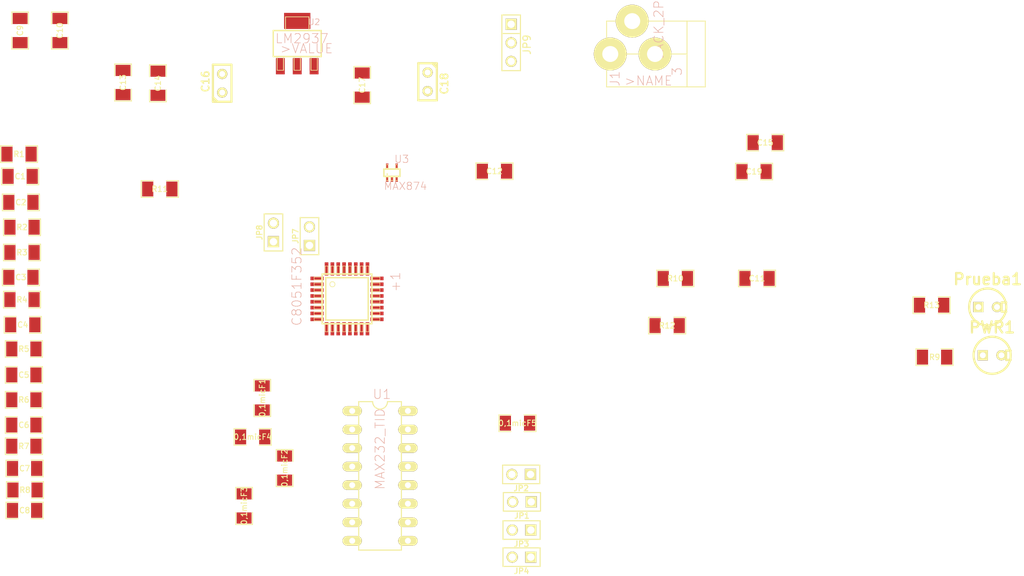
<source format=kicad_pcb>
(kicad_pcb (version 3) (host pcbnew "(2013-07-07 BZR 4022)-stable")

  (general
    (links 74)
    (no_connects 74)
    (area 0 0 0 0)
    (thickness 1.6)
    (drawings 0)
    (tracks 0)
    (zones 0)
    (modules 51)
    (nets 43)
  )

  (page A3)
  (layers
    (15 F.Cu signal)
    (0 B.Cu signal)
    (16 B.Adhes user)
    (17 F.Adhes user)
    (18 B.Paste user)
    (19 F.Paste user)
    (20 B.SilkS user)
    (21 F.SilkS user)
    (22 B.Mask user)
    (23 F.Mask user)
    (24 Dwgs.User user)
    (25 Cmts.User user)
    (26 Eco1.User user)
    (27 Eco2.User user)
    (28 Edge.Cuts user)
  )

  (setup
    (last_trace_width 0.254)
    (trace_clearance 0.254)
    (zone_clearance 0.508)
    (zone_45_only no)
    (trace_min 0.254)
    (segment_width 0.2)
    (edge_width 0.15)
    (via_size 0.889)
    (via_drill 0.635)
    (via_min_size 0.889)
    (via_min_drill 0.508)
    (uvia_size 0.508)
    (uvia_drill 0.127)
    (uvias_allowed no)
    (uvia_min_size 0.508)
    (uvia_min_drill 0.127)
    (pcb_text_width 0.3)
    (pcb_text_size 1.5 1.5)
    (mod_edge_width 0.15)
    (mod_text_size 1.5 1.5)
    (mod_text_width 0.15)
    (pad_size 1.524 1.524)
    (pad_drill 0.762)
    (pad_to_mask_clearance 0.2)
    (aux_axis_origin 0 0)
    (visible_elements FFFFFFBF)
    (pcbplotparams
      (layerselection 3178497)
      (usegerberextensions true)
      (excludeedgelayer true)
      (linewidth 0.100000)
      (plotframeref false)
      (viasonmask false)
      (mode 1)
      (useauxorigin false)
      (hpglpennumber 1)
      (hpglpenspeed 20)
      (hpglpendiameter 15)
      (hpglpenoverlay 2)
      (psnegative false)
      (psa4output false)
      (plotreference true)
      (plotvalue true)
      (plotothertext true)
      (plotinvisibletext false)
      (padsonsilk false)
      (subtractmaskfromsilk false)
      (outputformat 1)
      (mirror false)
      (drillshape 1)
      (scaleselection 1)
      (outputdirectory ""))
  )

  (net 0 "")
  (net 1 +3.3V)
  (net 2 DGND)
  (net 3 GND)
  (net 4 N-000001)
  (net 5 N-0000010)
  (net 6 N-0000011)
  (net 7 N-0000012)
  (net 8 N-0000013)
  (net 9 N-0000014)
  (net 10 N-0000015)
  (net 11 N-0000017)
  (net 12 N-0000018)
  (net 13 N-0000019)
  (net 14 N-000002)
  (net 15 N-0000020)
  (net 16 N-0000021)
  (net 17 N-0000025)
  (net 18 N-0000026)
  (net 19 N-0000027)
  (net 20 N-0000028)
  (net 21 N-0000029)
  (net 22 N-000003)
  (net 23 N-0000034)
  (net 24 N-0000036)
  (net 25 N-0000038)
  (net 26 N-0000039)
  (net 27 N-0000040)
  (net 28 N-0000045)
  (net 29 N-0000046)
  (net 30 N-0000047)
  (net 31 N-0000048)
  (net 32 N-0000049)
  (net 33 N-000005)
  (net 34 N-0000050)
  (net 35 N-0000052)
  (net 36 N-0000055)
  (net 37 N-0000056)
  (net 38 N-0000058)
  (net 39 N-000006)
  (net 40 N-0000061)
  (net 41 N-000007)
  (net 42 VDD)

  (net_class Default "This is the default net class."
    (clearance 0.254)
    (trace_width 0.254)
    (via_dia 0.889)
    (via_drill 0.635)
    (uvia_dia 0.508)
    (uvia_drill 0.127)
    (add_net "")
    (add_net +3.3V)
    (add_net DGND)
    (add_net GND)
    (add_net N-000001)
    (add_net N-0000010)
    (add_net N-0000011)
    (add_net N-0000012)
    (add_net N-0000013)
    (add_net N-0000014)
    (add_net N-0000015)
    (add_net N-0000017)
    (add_net N-0000018)
    (add_net N-0000019)
    (add_net N-000002)
    (add_net N-0000020)
    (add_net N-0000021)
    (add_net N-0000025)
    (add_net N-0000026)
    (add_net N-0000027)
    (add_net N-0000028)
    (add_net N-0000029)
    (add_net N-000003)
    (add_net N-0000034)
    (add_net N-0000036)
    (add_net N-0000038)
    (add_net N-0000039)
    (add_net N-0000040)
    (add_net N-0000045)
    (add_net N-0000046)
    (add_net N-0000047)
    (add_net N-0000048)
    (add_net N-0000049)
    (add_net N-000005)
    (add_net N-0000050)
    (add_net N-0000052)
    (add_net N-0000055)
    (add_net N-0000056)
    (add_net N-0000058)
    (add_net N-000006)
    (add_net N-0000061)
    (add_net N-000007)
    (add_net VDD)
  )

  (module SM1206 (layer F.Cu) (tedit 42806E24) (tstamp 552FDDD9)
    (at 99.4156 26.7716 270)
    (path /552C4886)
    (attr smd)
    (fp_text reference C17 (at 0 0 270) (layer F.SilkS)
      (effects (font (size 0.762 0.762) (thickness 0.127)))
    )
    (fp_text value C (at 0 0 270) (layer F.SilkS) hide
      (effects (font (size 0.762 0.762) (thickness 0.127)))
    )
    (fp_line (start -2.54 -1.143) (end -2.54 1.143) (layer F.SilkS) (width 0.127))
    (fp_line (start -2.54 1.143) (end -0.889 1.143) (layer F.SilkS) (width 0.127))
    (fp_line (start 0.889 -1.143) (end 2.54 -1.143) (layer F.SilkS) (width 0.127))
    (fp_line (start 2.54 -1.143) (end 2.54 1.143) (layer F.SilkS) (width 0.127))
    (fp_line (start 2.54 1.143) (end 0.889 1.143) (layer F.SilkS) (width 0.127))
    (fp_line (start -0.889 -1.143) (end -2.54 -1.143) (layer F.SilkS) (width 0.127))
    (pad 1 smd rect (at -1.651 0 270) (size 1.524 2.032)
      (layers F.Cu F.Paste F.Mask)
      (net 25 N-0000038)
    )
    (pad 2 smd rect (at 1.651 0 270) (size 1.524 2.032)
      (layers F.Cu F.Paste F.Mask)
      (net 3 GND)
    )
    (model smd/chip_cms.wrl
      (at (xyz 0 0 0))
      (scale (xyz 0.17 0.16 0.16))
      (rotate (xyz 0 0 0))
    )
  )

  (module SM1206 (layer F.Cu) (tedit 42806E24) (tstamp 552FDA4A)
    (at 84.4296 74.93)
    (path /5526DBBB)
    (attr smd)
    (fp_text reference 0,1micF4 (at 0 0) (layer F.SilkS)
      (effects (font (size 0.762 0.762) (thickness 0.127)))
    )
    (fp_text value C10 (at 0 0) (layer F.SilkS) hide
      (effects (font (size 0.762 0.762) (thickness 0.127)))
    )
    (fp_line (start -2.54 -1.143) (end -2.54 1.143) (layer F.SilkS) (width 0.127))
    (fp_line (start -2.54 1.143) (end -0.889 1.143) (layer F.SilkS) (width 0.127))
    (fp_line (start 0.889 -1.143) (end 2.54 -1.143) (layer F.SilkS) (width 0.127))
    (fp_line (start 2.54 -1.143) (end 2.54 1.143) (layer F.SilkS) (width 0.127))
    (fp_line (start 2.54 1.143) (end 0.889 1.143) (layer F.SilkS) (width 0.127))
    (fp_line (start -0.889 -1.143) (end -2.54 -1.143) (layer F.SilkS) (width 0.127))
    (pad 1 smd rect (at -1.651 0) (size 1.524 2.032)
      (layers F.Cu F.Paste F.Mask)
      (net 5 N-0000010)
    )
    (pad 2 smd rect (at 1.651 0) (size 1.524 2.032)
      (layers F.Cu F.Paste F.Mask)
      (net 3 GND)
    )
    (model smd/chip_cms.wrl
      (at (xyz 0 0 0))
      (scale (xyz 0.17 0.16 0.16))
      (rotate (xyz 0 0 0))
    )
  )

  (module SM1206 (layer F.Cu) (tedit 42806E24) (tstamp 552FE2F5)
    (at 83.2612 84.3788 90)
    (path /5526DE58)
    (attr smd)
    (fp_text reference 0,1micF3 (at 0 0 90) (layer F.SilkS)
      (effects (font (size 0.762 0.762) (thickness 0.127)))
    )
    (fp_text value C12 (at 0 0 90) (layer F.SilkS) hide
      (effects (font (size 0.762 0.762) (thickness 0.127)))
    )
    (fp_line (start -2.54 -1.143) (end -2.54 1.143) (layer F.SilkS) (width 0.127))
    (fp_line (start -2.54 1.143) (end -0.889 1.143) (layer F.SilkS) (width 0.127))
    (fp_line (start 0.889 -1.143) (end 2.54 -1.143) (layer F.SilkS) (width 0.127))
    (fp_line (start 2.54 -1.143) (end 2.54 1.143) (layer F.SilkS) (width 0.127))
    (fp_line (start 2.54 1.143) (end 0.889 1.143) (layer F.SilkS) (width 0.127))
    (fp_line (start -0.889 -1.143) (end -2.54 -1.143) (layer F.SilkS) (width 0.127))
    (pad 1 smd rect (at -1.651 0 90) (size 1.524 2.032)
      (layers F.Cu F.Paste F.Mask)
      (net 6 N-0000011)
    )
    (pad 2 smd rect (at 1.651 0 90) (size 1.524 2.032)
      (layers F.Cu F.Paste F.Mask)
      (net 3 GND)
    )
    (model smd/chip_cms.wrl
      (at (xyz 0 0 0))
      (scale (xyz 0.17 0.16 0.16))
      (rotate (xyz 0 0 0))
    )
  )

  (module SM1206 (layer F.Cu) (tedit 42806E24) (tstamp 552FDA62)
    (at 85.7504 69.596 270)
    (path /5526E163)
    (attr smd)
    (fp_text reference 0,1micF1 (at 0 0 270) (layer F.SilkS)
      (effects (font (size 0.762 0.762) (thickness 0.127)))
    )
    (fp_text value C8 (at 0 0 270) (layer F.SilkS) hide
      (effects (font (size 0.762 0.762) (thickness 0.127)))
    )
    (fp_line (start -2.54 -1.143) (end -2.54 1.143) (layer F.SilkS) (width 0.127))
    (fp_line (start -2.54 1.143) (end -0.889 1.143) (layer F.SilkS) (width 0.127))
    (fp_line (start 0.889 -1.143) (end 2.54 -1.143) (layer F.SilkS) (width 0.127))
    (fp_line (start 2.54 -1.143) (end 2.54 1.143) (layer F.SilkS) (width 0.127))
    (fp_line (start 2.54 1.143) (end 0.889 1.143) (layer F.SilkS) (width 0.127))
    (fp_line (start -0.889 -1.143) (end -2.54 -1.143) (layer F.SilkS) (width 0.127))
    (pad 1 smd rect (at -1.651 0 270) (size 1.524 2.032)
      (layers F.Cu F.Paste F.Mask)
      (net 19 N-0000027)
    )
    (pad 2 smd rect (at 1.651 0 270) (size 1.524 2.032)
      (layers F.Cu F.Paste F.Mask)
      (net 20 N-0000028)
    )
    (model smd/chip_cms.wrl
      (at (xyz 0 0 0))
      (scale (xyz 0.17 0.16 0.16))
      (rotate (xyz 0 0 0))
    )
  )

  (module SM1206 (layer F.Cu) (tedit 42806E24) (tstamp 552FDA6E)
    (at 177.6984 64.008)
    (path /552D4B36)
    (attr smd)
    (fp_text reference R9 (at 0 0) (layer F.SilkS)
      (effects (font (size 0.762 0.762) (thickness 0.127)))
    )
    (fp_text value 470 (at 0 0) (layer F.SilkS) hide
      (effects (font (size 0.762 0.762) (thickness 0.127)))
    )
    (fp_line (start -2.54 -1.143) (end -2.54 1.143) (layer F.SilkS) (width 0.127))
    (fp_line (start -2.54 1.143) (end -0.889 1.143) (layer F.SilkS) (width 0.127))
    (fp_line (start 0.889 -1.143) (end 2.54 -1.143) (layer F.SilkS) (width 0.127))
    (fp_line (start 2.54 -1.143) (end 2.54 1.143) (layer F.SilkS) (width 0.127))
    (fp_line (start 2.54 1.143) (end 0.889 1.143) (layer F.SilkS) (width 0.127))
    (fp_line (start -0.889 -1.143) (end -2.54 -1.143) (layer F.SilkS) (width 0.127))
    (pad 1 smd rect (at -1.651 0) (size 1.524 2.032)
      (layers F.Cu F.Paste F.Mask)
      (net 1 +3.3V)
    )
    (pad 2 smd rect (at 1.651 0) (size 1.524 2.032)
      (layers F.Cu F.Paste F.Mask)
      (net 24 N-0000036)
    )
    (model smd/chip_cms.wrl
      (at (xyz 0 0 0))
      (scale (xyz 0.17 0.16 0.16))
      (rotate (xyz 0 0 0))
    )
  )

  (module SM1206 (layer F.Cu) (tedit 42806E24) (tstamp 552FDA7A)
    (at 52.7304 53.086)
    (path /5524235B)
    (attr smd)
    (fp_text reference C3 (at 0 0) (layer F.SilkS)
      (effects (font (size 0.762 0.762) (thickness 0.127)))
    )
    (fp_text value 0,1micF (at 0 0) (layer F.SilkS) hide
      (effects (font (size 0.762 0.762) (thickness 0.127)))
    )
    (fp_line (start -2.54 -1.143) (end -2.54 1.143) (layer F.SilkS) (width 0.127))
    (fp_line (start -2.54 1.143) (end -0.889 1.143) (layer F.SilkS) (width 0.127))
    (fp_line (start 0.889 -1.143) (end 2.54 -1.143) (layer F.SilkS) (width 0.127))
    (fp_line (start 2.54 -1.143) (end 2.54 1.143) (layer F.SilkS) (width 0.127))
    (fp_line (start 2.54 1.143) (end 0.889 1.143) (layer F.SilkS) (width 0.127))
    (fp_line (start -0.889 -1.143) (end -2.54 -1.143) (layer F.SilkS) (width 0.127))
    (pad 1 smd rect (at -1.651 0) (size 1.524 2.032)
      (layers F.Cu F.Paste F.Mask)
      (net 35 N-0000052)
    )
    (pad 2 smd rect (at 1.651 0) (size 1.524 2.032)
      (layers F.Cu F.Paste F.Mask)
    )
    (model smd/chip_cms.wrl
      (at (xyz 0 0 0))
      (scale (xyz 0.17 0.16 0.16))
      (rotate (xyz 0 0 0))
    )
  )

  (module SM1206 (layer F.Cu) (tedit 42806E24) (tstamp 552FDA86)
    (at 154.5336 34.6456)
    (path /552C6D98)
    (attr smd)
    (fp_text reference C15 (at 0 0) (layer F.SilkS)
      (effects (font (size 0.762 0.762) (thickness 0.127)))
    )
    (fp_text value 0,1micF (at 0 0) (layer F.SilkS) hide
      (effects (font (size 0.762 0.762) (thickness 0.127)))
    )
    (fp_line (start -2.54 -1.143) (end -2.54 1.143) (layer F.SilkS) (width 0.127))
    (fp_line (start -2.54 1.143) (end -0.889 1.143) (layer F.SilkS) (width 0.127))
    (fp_line (start 0.889 -1.143) (end 2.54 -1.143) (layer F.SilkS) (width 0.127))
    (fp_line (start 2.54 -1.143) (end 2.54 1.143) (layer F.SilkS) (width 0.127))
    (fp_line (start 2.54 1.143) (end 0.889 1.143) (layer F.SilkS) (width 0.127))
    (fp_line (start -0.889 -1.143) (end -2.54 -1.143) (layer F.SilkS) (width 0.127))
    (pad 1 smd rect (at -1.651 0) (size 1.524 2.032)
      (layers F.Cu F.Paste F.Mask)
      (net 40 N-0000061)
    )
    (pad 2 smd rect (at 1.651 0) (size 1.524 2.032)
      (layers F.Cu F.Paste F.Mask)
      (net 2 DGND)
    )
    (model smd/chip_cms.wrl
      (at (xyz 0 0 0))
      (scale (xyz 0.17 0.16 0.16))
      (rotate (xyz 0 0 0))
    )
  )

  (module SM1206 (layer F.Cu) (tedit 42806E24) (tstamp 552FDA92)
    (at 52.6288 19.304 270)
    (path /552C6244)
    (attr smd)
    (fp_text reference C9 (at 0 0 270) (layer F.SilkS)
      (effects (font (size 0.762 0.762) (thickness 0.127)))
    )
    (fp_text value 0,1micF (at 0 0 270) (layer F.SilkS) hide
      (effects (font (size 0.762 0.762) (thickness 0.127)))
    )
    (fp_line (start -2.54 -1.143) (end -2.54 1.143) (layer F.SilkS) (width 0.127))
    (fp_line (start -2.54 1.143) (end -0.889 1.143) (layer F.SilkS) (width 0.127))
    (fp_line (start 0.889 -1.143) (end 2.54 -1.143) (layer F.SilkS) (width 0.127))
    (fp_line (start 2.54 -1.143) (end 2.54 1.143) (layer F.SilkS) (width 0.127))
    (fp_line (start 2.54 1.143) (end 0.889 1.143) (layer F.SilkS) (width 0.127))
    (fp_line (start -0.889 -1.143) (end -2.54 -1.143) (layer F.SilkS) (width 0.127))
    (pad 1 smd rect (at -1.651 0 270) (size 1.524 2.032)
      (layers F.Cu F.Paste F.Mask)
      (net 42 VDD)
    )
    (pad 2 smd rect (at 1.651 0 270) (size 1.524 2.032)
      (layers F.Cu F.Paste F.Mask)
      (net 3 GND)
    )
    (model smd/chip_cms.wrl
      (at (xyz 0 0 0))
      (scale (xyz 0.17 0.16 0.16))
      (rotate (xyz 0 0 0))
    )
  )

  (module SM1206 (layer F.Cu) (tedit 42806E24) (tstamp 552FDA9E)
    (at 153.0096 38.608)
    (path /552C44E7)
    (attr smd)
    (fp_text reference C19 (at 0 0) (layer F.SilkS)
      (effects (font (size 0.762 0.762) (thickness 0.127)))
    )
    (fp_text value C (at 0 0) (layer F.SilkS) hide
      (effects (font (size 0.762 0.762) (thickness 0.127)))
    )
    (fp_line (start -2.54 -1.143) (end -2.54 1.143) (layer F.SilkS) (width 0.127))
    (fp_line (start -2.54 1.143) (end -0.889 1.143) (layer F.SilkS) (width 0.127))
    (fp_line (start 0.889 -1.143) (end 2.54 -1.143) (layer F.SilkS) (width 0.127))
    (fp_line (start 2.54 -1.143) (end 2.54 1.143) (layer F.SilkS) (width 0.127))
    (fp_line (start 2.54 1.143) (end 0.889 1.143) (layer F.SilkS) (width 0.127))
    (fp_line (start -0.889 -1.143) (end -2.54 -1.143) (layer F.SilkS) (width 0.127))
    (pad 1 smd rect (at -1.651 0) (size 1.524 2.032)
      (layers F.Cu F.Paste F.Mask)
    )
    (pad 2 smd rect (at 1.651 0) (size 1.524 2.032)
      (layers F.Cu F.Paste F.Mask)
      (net 2 DGND)
    )
    (model smd/chip_cms.wrl
      (at (xyz 0 0 0))
      (scale (xyz 0.17 0.16 0.16))
      (rotate (xyz 0 0 0))
    )
  )

  (module SM1206 (layer F.Cu) (tedit 42806E24) (tstamp 552FDAAA)
    (at 120.65 73.0504)
    (path /5526E07D)
    (attr smd)
    (fp_text reference 0,1micF5 (at 0 0) (layer F.SilkS)
      (effects (font (size 0.762 0.762) (thickness 0.127)))
    )
    (fp_text value C11 (at 0 0) (layer F.SilkS) hide
      (effects (font (size 0.762 0.762) (thickness 0.127)))
    )
    (fp_line (start -2.54 -1.143) (end -2.54 1.143) (layer F.SilkS) (width 0.127))
    (fp_line (start -2.54 1.143) (end -0.889 1.143) (layer F.SilkS) (width 0.127))
    (fp_line (start 0.889 -1.143) (end 2.54 -1.143) (layer F.SilkS) (width 0.127))
    (fp_line (start 2.54 -1.143) (end 2.54 1.143) (layer F.SilkS) (width 0.127))
    (fp_line (start 2.54 1.143) (end 0.889 1.143) (layer F.SilkS) (width 0.127))
    (fp_line (start -0.889 -1.143) (end -2.54 -1.143) (layer F.SilkS) (width 0.127))
    (pad 1 smd rect (at -1.651 0) (size 1.524 2.032)
      (layers F.Cu F.Paste F.Mask)
      (net 1 +3.3V)
    )
    (pad 2 smd rect (at 1.651 0) (size 1.524 2.032)
      (layers F.Cu F.Paste F.Mask)
      (net 3 GND)
    )
    (model smd/chip_cms.wrl
      (at (xyz 0 0 0))
      (scale (xyz 0.17 0.16 0.16))
      (rotate (xyz 0 0 0))
    )
  )

  (module SM1206 (layer F.Cu) (tedit 42806E24) (tstamp 552FDAB6)
    (at 58.0644 19.304 270)
    (path /552C6235)
    (attr smd)
    (fp_text reference C10 (at 0 0 270) (layer F.SilkS)
      (effects (font (size 0.762 0.762) (thickness 0.127)))
    )
    (fp_text value 3,1micF (at 0 0 270) (layer F.SilkS) hide
      (effects (font (size 0.762 0.762) (thickness 0.127)))
    )
    (fp_line (start -2.54 -1.143) (end -2.54 1.143) (layer F.SilkS) (width 0.127))
    (fp_line (start -2.54 1.143) (end -0.889 1.143) (layer F.SilkS) (width 0.127))
    (fp_line (start 0.889 -1.143) (end 2.54 -1.143) (layer F.SilkS) (width 0.127))
    (fp_line (start 2.54 -1.143) (end 2.54 1.143) (layer F.SilkS) (width 0.127))
    (fp_line (start 2.54 1.143) (end 0.889 1.143) (layer F.SilkS) (width 0.127))
    (fp_line (start -0.889 -1.143) (end -2.54 -1.143) (layer F.SilkS) (width 0.127))
    (pad 1 smd rect (at -1.651 0 270) (size 1.524 2.032)
      (layers F.Cu F.Paste F.Mask)
      (net 42 VDD)
    )
    (pad 2 smd rect (at 1.651 0 270) (size 1.524 2.032)
      (layers F.Cu F.Paste F.Mask)
      (net 3 GND)
    )
    (model smd/chip_cms.wrl
      (at (xyz 0 0 0))
      (scale (xyz 0.17 0.16 0.16))
      (rotate (xyz 0 0 0))
    )
  )

  (module SM1206 (layer F.Cu) (tedit 42806E24) (tstamp 552FDAC2)
    (at 153.416 53.2384)
    (path /552C5E39)
    (attr smd)
    (fp_text reference C11 (at 0 0) (layer F.SilkS)
      (effects (font (size 0.762 0.762) (thickness 0.127)))
    )
    (fp_text value 1micF (at 0 0) (layer F.SilkS) hide
      (effects (font (size 0.762 0.762) (thickness 0.127)))
    )
    (fp_line (start -2.54 -1.143) (end -2.54 1.143) (layer F.SilkS) (width 0.127))
    (fp_line (start -2.54 1.143) (end -0.889 1.143) (layer F.SilkS) (width 0.127))
    (fp_line (start 0.889 -1.143) (end 2.54 -1.143) (layer F.SilkS) (width 0.127))
    (fp_line (start 2.54 -1.143) (end 2.54 1.143) (layer F.SilkS) (width 0.127))
    (fp_line (start 2.54 1.143) (end 0.889 1.143) (layer F.SilkS) (width 0.127))
    (fp_line (start -0.889 -1.143) (end -2.54 -1.143) (layer F.SilkS) (width 0.127))
    (pad 1 smd rect (at -1.651 0) (size 1.524 2.032)
      (layers F.Cu F.Paste F.Mask)
      (net 42 VDD)
    )
    (pad 2 smd rect (at 1.651 0) (size 1.524 2.032)
      (layers F.Cu F.Paste F.Mask)
      (net 3 GND)
    )
    (model smd/chip_cms.wrl
      (at (xyz 0 0 0))
      (scale (xyz 0.17 0.16 0.16))
      (rotate (xyz 0 0 0))
    )
  )

  (module SM1206 (layer F.Cu) (tedit 42806E24) (tstamp 552FDACE)
    (at 142.24 53.2384)
    (path /552C5247)
    (attr smd)
    (fp_text reference R10 (at 0 0) (layer F.SilkS)
      (effects (font (size 0.762 0.762) (thickness 0.127)))
    )
    (fp_text value 2.0 (at 0 0) (layer F.SilkS) hide
      (effects (font (size 0.762 0.762) (thickness 0.127)))
    )
    (fp_line (start -2.54 -1.143) (end -2.54 1.143) (layer F.SilkS) (width 0.127))
    (fp_line (start -2.54 1.143) (end -0.889 1.143) (layer F.SilkS) (width 0.127))
    (fp_line (start 0.889 -1.143) (end 2.54 -1.143) (layer F.SilkS) (width 0.127))
    (fp_line (start 2.54 -1.143) (end 2.54 1.143) (layer F.SilkS) (width 0.127))
    (fp_line (start 2.54 1.143) (end 0.889 1.143) (layer F.SilkS) (width 0.127))
    (fp_line (start -0.889 -1.143) (end -2.54 -1.143) (layer F.SilkS) (width 0.127))
    (pad 1 smd rect (at -1.651 0) (size 1.524 2.032)
      (layers F.Cu F.Paste F.Mask)
      (net 1 +3.3V)
    )
    (pad 2 smd rect (at 1.651 0) (size 1.524 2.032)
      (layers F.Cu F.Paste F.Mask)
      (net 27 N-0000040)
    )
    (model smd/chip_cms.wrl
      (at (xyz 0 0 0))
      (scale (xyz 0.17 0.16 0.16))
      (rotate (xyz 0 0 0))
    )
  )

  (module SM1206 (layer F.Cu) (tedit 42806E24) (tstamp 552FDADA)
    (at 141.1224 59.69)
    (path /552C5256)
    (attr smd)
    (fp_text reference R12 (at 0 0) (layer F.SilkS)
      (effects (font (size 0.762 0.762) (thickness 0.127)))
    )
    (fp_text value 2.0 (at 0 0) (layer F.SilkS) hide
      (effects (font (size 0.762 0.762) (thickness 0.127)))
    )
    (fp_line (start -2.54 -1.143) (end -2.54 1.143) (layer F.SilkS) (width 0.127))
    (fp_line (start -2.54 1.143) (end -0.889 1.143) (layer F.SilkS) (width 0.127))
    (fp_line (start 0.889 -1.143) (end 2.54 -1.143) (layer F.SilkS) (width 0.127))
    (fp_line (start 2.54 -1.143) (end 2.54 1.143) (layer F.SilkS) (width 0.127))
    (fp_line (start 2.54 1.143) (end 0.889 1.143) (layer F.SilkS) (width 0.127))
    (fp_line (start -0.889 -1.143) (end -2.54 -1.143) (layer F.SilkS) (width 0.127))
    (pad 1 smd rect (at -1.651 0) (size 1.524 2.032)
      (layers F.Cu F.Paste F.Mask)
      (net 42 VDD)
    )
    (pad 2 smd rect (at 1.651 0) (size 1.524 2.032)
      (layers F.Cu F.Paste F.Mask)
      (net 27 N-0000040)
    )
    (model smd/chip_cms.wrl
      (at (xyz 0 0 0))
      (scale (xyz 0.17 0.16 0.16))
      (rotate (xyz 0 0 0))
    )
  )

  (module SM1206 (layer F.Cu) (tedit 42806E24) (tstamp 552FDAE6)
    (at 71.7296 40.9956)
    (path /552C5265)
    (attr smd)
    (fp_text reference R11 (at 0 0) (layer F.SilkS)
      (effects (font (size 0.762 0.762) (thickness 0.127)))
    )
    (fp_text value 2.0 (at 0 0) (layer F.SilkS) hide
      (effects (font (size 0.762 0.762) (thickness 0.127)))
    )
    (fp_line (start -2.54 -1.143) (end -2.54 1.143) (layer F.SilkS) (width 0.127))
    (fp_line (start -2.54 1.143) (end -0.889 1.143) (layer F.SilkS) (width 0.127))
    (fp_line (start 0.889 -1.143) (end 2.54 -1.143) (layer F.SilkS) (width 0.127))
    (fp_line (start 2.54 -1.143) (end 2.54 1.143) (layer F.SilkS) (width 0.127))
    (fp_line (start 2.54 1.143) (end 0.889 1.143) (layer F.SilkS) (width 0.127))
    (fp_line (start -0.889 -1.143) (end -2.54 -1.143) (layer F.SilkS) (width 0.127))
    (pad 1 smd rect (at -1.651 0) (size 1.524 2.032)
      (layers F.Cu F.Paste F.Mask)
      (net 42 VDD)
    )
    (pad 2 smd rect (at 1.651 0) (size 1.524 2.032)
      (layers F.Cu F.Paste F.Mask)
      (net 27 N-0000040)
    )
    (model smd/chip_cms.wrl
      (at (xyz 0 0 0))
      (scale (xyz 0.17 0.16 0.16))
      (rotate (xyz 0 0 0))
    )
  )

  (module SM1206 (layer F.Cu) (tedit 42806E24) (tstamp 552FDAF2)
    (at 71.4756 26.5176 270)
    (path /552C560E)
    (attr smd)
    (fp_text reference C14 (at 0 0 270) (layer F.SilkS)
      (effects (font (size 0.762 0.762) (thickness 0.127)))
    )
    (fp_text value 0,1micF (at 0 0 270) (layer F.SilkS) hide
      (effects (font (size 0.762 0.762) (thickness 0.127)))
    )
    (fp_line (start -2.54 -1.143) (end -2.54 1.143) (layer F.SilkS) (width 0.127))
    (fp_line (start -2.54 1.143) (end -0.889 1.143) (layer F.SilkS) (width 0.127))
    (fp_line (start 0.889 -1.143) (end 2.54 -1.143) (layer F.SilkS) (width 0.127))
    (fp_line (start 2.54 -1.143) (end 2.54 1.143) (layer F.SilkS) (width 0.127))
    (fp_line (start 2.54 1.143) (end 0.889 1.143) (layer F.SilkS) (width 0.127))
    (fp_line (start -0.889 -1.143) (end -2.54 -1.143) (layer F.SilkS) (width 0.127))
    (pad 1 smd rect (at -1.651 0 270) (size 1.524 2.032)
      (layers F.Cu F.Paste F.Mask)
      (net 1 +3.3V)
    )
    (pad 2 smd rect (at 1.651 0 270) (size 1.524 2.032)
      (layers F.Cu F.Paste F.Mask)
      (net 3 GND)
    )
    (model smd/chip_cms.wrl
      (at (xyz 0 0 0))
      (scale (xyz 0.17 0.16 0.16))
      (rotate (xyz 0 0 0))
    )
  )

  (module SM1206 (layer F.Cu) (tedit 42806E24) (tstamp 552FDAFE)
    (at 66.7004 26.416 270)
    (path /552C5629)
    (attr smd)
    (fp_text reference C13 (at 0 0 270) (layer F.SilkS)
      (effects (font (size 0.762 0.762) (thickness 0.127)))
    )
    (fp_text value 0,1micF (at 0 0 270) (layer F.SilkS) hide
      (effects (font (size 0.762 0.762) (thickness 0.127)))
    )
    (fp_line (start -2.54 -1.143) (end -2.54 1.143) (layer F.SilkS) (width 0.127))
    (fp_line (start -2.54 1.143) (end -0.889 1.143) (layer F.SilkS) (width 0.127))
    (fp_line (start 0.889 -1.143) (end 2.54 -1.143) (layer F.SilkS) (width 0.127))
    (fp_line (start 2.54 -1.143) (end 2.54 1.143) (layer F.SilkS) (width 0.127))
    (fp_line (start 2.54 1.143) (end 0.889 1.143) (layer F.SilkS) (width 0.127))
    (fp_line (start -0.889 -1.143) (end -2.54 -1.143) (layer F.SilkS) (width 0.127))
    (pad 1 smd rect (at -1.651 0 270) (size 1.524 2.032)
      (layers F.Cu F.Paste F.Mask)
      (net 1 +3.3V)
    )
    (pad 2 smd rect (at 1.651 0 270) (size 1.524 2.032)
      (layers F.Cu F.Paste F.Mask)
      (net 3 GND)
    )
    (model smd/chip_cms.wrl
      (at (xyz 0 0 0))
      (scale (xyz 0.17 0.16 0.16))
      (rotate (xyz 0 0 0))
    )
  )

  (module SM1206 (layer F.Cu) (tedit 42806E24) (tstamp 552FDB0A)
    (at 117.5004 38.5572)
    (path /552C5E2A)
    (attr smd)
    (fp_text reference C12 (at 0 0) (layer F.SilkS)
      (effects (font (size 0.762 0.762) (thickness 0.127)))
    )
    (fp_text value 0,1micF (at 0 0) (layer F.SilkS) hide
      (effects (font (size 0.762 0.762) (thickness 0.127)))
    )
    (fp_line (start -2.54 -1.143) (end -2.54 1.143) (layer F.SilkS) (width 0.127))
    (fp_line (start -2.54 1.143) (end -0.889 1.143) (layer F.SilkS) (width 0.127))
    (fp_line (start 0.889 -1.143) (end 2.54 -1.143) (layer F.SilkS) (width 0.127))
    (fp_line (start 2.54 -1.143) (end 2.54 1.143) (layer F.SilkS) (width 0.127))
    (fp_line (start 2.54 1.143) (end 0.889 1.143) (layer F.SilkS) (width 0.127))
    (fp_line (start -0.889 -1.143) (end -2.54 -1.143) (layer F.SilkS) (width 0.127))
    (pad 1 smd rect (at -1.651 0) (size 1.524 2.032)
      (layers F.Cu F.Paste F.Mask)
      (net 42 VDD)
    )
    (pad 2 smd rect (at 1.651 0) (size 1.524 2.032)
      (layers F.Cu F.Paste F.Mask)
      (net 3 GND)
    )
    (model smd/chip_cms.wrl
      (at (xyz 0 0 0))
      (scale (xyz 0.17 0.16 0.16))
      (rotate (xyz 0 0 0))
    )
  )

  (module SM1206 (layer F.Cu) (tedit 42806E24) (tstamp 552FDB16)
    (at 88.7984 79.1972 270)
    (path /5526D3CB)
    (attr smd)
    (fp_text reference 0,1micF2 (at 0 0 270) (layer F.SilkS)
      (effects (font (size 0.762 0.762) (thickness 0.127)))
    )
    (fp_text value C9 (at 0 0 270) (layer F.SilkS) hide
      (effects (font (size 0.762 0.762) (thickness 0.127)))
    )
    (fp_line (start -2.54 -1.143) (end -2.54 1.143) (layer F.SilkS) (width 0.127))
    (fp_line (start -2.54 1.143) (end -0.889 1.143) (layer F.SilkS) (width 0.127))
    (fp_line (start 0.889 -1.143) (end 2.54 -1.143) (layer F.SilkS) (width 0.127))
    (fp_line (start 2.54 -1.143) (end 2.54 1.143) (layer F.SilkS) (width 0.127))
    (fp_line (start 2.54 1.143) (end 0.889 1.143) (layer F.SilkS) (width 0.127))
    (fp_line (start -0.889 -1.143) (end -2.54 -1.143) (layer F.SilkS) (width 0.127))
    (pad 1 smd rect (at -1.651 0 270) (size 1.524 2.032)
      (layers F.Cu F.Paste F.Mask)
      (net 18 N-0000026)
    )
    (pad 2 smd rect (at 1.651 0 270) (size 1.524 2.032)
      (layers F.Cu F.Paste F.Mask)
      (net 17 N-0000025)
    )
    (model smd/chip_cms.wrl
      (at (xyz 0 0 0))
      (scale (xyz 0.17 0.16 0.16))
      (rotate (xyz 0 0 0))
    )
  )

  (module SM1206 (layer F.Cu) (tedit 42806E24) (tstamp 552FDB22)
    (at 52.8828 49.6824)
    (path /5524249A)
    (attr smd)
    (fp_text reference R3 (at 0 0) (layer F.SilkS)
      (effects (font (size 0.762 0.762) (thickness 0.127)))
    )
    (fp_text value 100ohm (at 0 0) (layer F.SilkS) hide
      (effects (font (size 0.762 0.762) (thickness 0.127)))
    )
    (fp_line (start -2.54 -1.143) (end -2.54 1.143) (layer F.SilkS) (width 0.127))
    (fp_line (start -2.54 1.143) (end -0.889 1.143) (layer F.SilkS) (width 0.127))
    (fp_line (start 0.889 -1.143) (end 2.54 -1.143) (layer F.SilkS) (width 0.127))
    (fp_line (start 2.54 -1.143) (end 2.54 1.143) (layer F.SilkS) (width 0.127))
    (fp_line (start 2.54 1.143) (end 0.889 1.143) (layer F.SilkS) (width 0.127))
    (fp_line (start -0.889 -1.143) (end -2.54 -1.143) (layer F.SilkS) (width 0.127))
    (pad 1 smd rect (at -1.651 0) (size 1.524 2.032)
      (layers F.Cu F.Paste F.Mask)
      (net 35 N-0000052)
    )
    (pad 2 smd rect (at 1.651 0) (size 1.524 2.032)
      (layers F.Cu F.Paste F.Mask)
      (net 33 N-000005)
    )
    (model smd/chip_cms.wrl
      (at (xyz 0 0 0))
      (scale (xyz 0.17 0.16 0.16))
      (rotate (xyz 0 0 0))
    )
  )

  (module SM1206 (layer F.Cu) (tedit 42806E24) (tstamp 552FDB2E)
    (at 52.7304 42.8244)
    (path /55242560)
    (attr smd)
    (fp_text reference C2 (at 0 0) (layer F.SilkS)
      (effects (font (size 0.762 0.762) (thickness 0.127)))
    )
    (fp_text value 0,1micF (at 0 0) (layer F.SilkS) hide
      (effects (font (size 0.762 0.762) (thickness 0.127)))
    )
    (fp_line (start -2.54 -1.143) (end -2.54 1.143) (layer F.SilkS) (width 0.127))
    (fp_line (start -2.54 1.143) (end -0.889 1.143) (layer F.SilkS) (width 0.127))
    (fp_line (start 0.889 -1.143) (end 2.54 -1.143) (layer F.SilkS) (width 0.127))
    (fp_line (start 2.54 -1.143) (end 2.54 1.143) (layer F.SilkS) (width 0.127))
    (fp_line (start 2.54 1.143) (end 0.889 1.143) (layer F.SilkS) (width 0.127))
    (fp_line (start -0.889 -1.143) (end -2.54 -1.143) (layer F.SilkS) (width 0.127))
    (pad 1 smd rect (at -1.651 0) (size 1.524 2.032)
      (layers F.Cu F.Paste F.Mask)
      (net 34 N-0000050)
    )
    (pad 2 smd rect (at 1.651 0) (size 1.524 2.032)
      (layers F.Cu F.Paste F.Mask)
      (net 2 DGND)
    )
    (model smd/chip_cms.wrl
      (at (xyz 0 0 0))
      (scale (xyz 0.17 0.16 0.16))
      (rotate (xyz 0 0 0))
    )
  )

  (module SM1206 (layer F.Cu) (tedit 42806E24) (tstamp 552FDB3A)
    (at 52.8828 46.228)
    (path /55242566)
    (attr smd)
    (fp_text reference R2 (at 0 0) (layer F.SilkS)
      (effects (font (size 0.762 0.762) (thickness 0.127)))
    )
    (fp_text value 100ohm (at 0 0) (layer F.SilkS) hide
      (effects (font (size 0.762 0.762) (thickness 0.127)))
    )
    (fp_line (start -2.54 -1.143) (end -2.54 1.143) (layer F.SilkS) (width 0.127))
    (fp_line (start -2.54 1.143) (end -0.889 1.143) (layer F.SilkS) (width 0.127))
    (fp_line (start 0.889 -1.143) (end 2.54 -1.143) (layer F.SilkS) (width 0.127))
    (fp_line (start 2.54 -1.143) (end 2.54 1.143) (layer F.SilkS) (width 0.127))
    (fp_line (start 2.54 1.143) (end 0.889 1.143) (layer F.SilkS) (width 0.127))
    (fp_line (start -0.889 -1.143) (end -2.54 -1.143) (layer F.SilkS) (width 0.127))
    (pad 1 smd rect (at -1.651 0) (size 1.524 2.032)
      (layers F.Cu F.Paste F.Mask)
      (net 34 N-0000050)
    )
    (pad 2 smd rect (at 1.651 0) (size 1.524 2.032)
      (layers F.Cu F.Paste F.Mask)
      (net 32 N-0000049)
    )
    (model smd/chip_cms.wrl
      (at (xyz 0 0 0))
      (scale (xyz 0.17 0.16 0.16))
      (rotate (xyz 0 0 0))
    )
  )

  (module SM1206 (layer F.Cu) (tedit 42806E24) (tstamp 552FDB46)
    (at 52.6288 39.2684)
    (path /55242576)
    (attr smd)
    (fp_text reference C1 (at 0 0) (layer F.SilkS)
      (effects (font (size 0.762 0.762) (thickness 0.127)))
    )
    (fp_text value 0,1micF (at 0 0) (layer F.SilkS) hide
      (effects (font (size 0.762 0.762) (thickness 0.127)))
    )
    (fp_line (start -2.54 -1.143) (end -2.54 1.143) (layer F.SilkS) (width 0.127))
    (fp_line (start -2.54 1.143) (end -0.889 1.143) (layer F.SilkS) (width 0.127))
    (fp_line (start 0.889 -1.143) (end 2.54 -1.143) (layer F.SilkS) (width 0.127))
    (fp_line (start 2.54 -1.143) (end 2.54 1.143) (layer F.SilkS) (width 0.127))
    (fp_line (start 2.54 1.143) (end 0.889 1.143) (layer F.SilkS) (width 0.127))
    (fp_line (start -0.889 -1.143) (end -2.54 -1.143) (layer F.SilkS) (width 0.127))
    (pad 1 smd rect (at -1.651 0) (size 1.524 2.032)
      (layers F.Cu F.Paste F.Mask)
      (net 30 N-0000047)
    )
    (pad 2 smd rect (at 1.651 0) (size 1.524 2.032)
      (layers F.Cu F.Paste F.Mask)
      (net 2 DGND)
    )
    (model smd/chip_cms.wrl
      (at (xyz 0 0 0))
      (scale (xyz 0.17 0.16 0.16))
      (rotate (xyz 0 0 0))
    )
  )

  (module SM1206 (layer F.Cu) (tedit 42806E24) (tstamp 552FDB52)
    (at 52.4764 36.2204)
    (path /5524257C)
    (attr smd)
    (fp_text reference R1 (at 0 0) (layer F.SilkS)
      (effects (font (size 0.762 0.762) (thickness 0.127)))
    )
    (fp_text value 100ohm (at 0 0) (layer F.SilkS) hide
      (effects (font (size 0.762 0.762) (thickness 0.127)))
    )
    (fp_line (start -2.54 -1.143) (end -2.54 1.143) (layer F.SilkS) (width 0.127))
    (fp_line (start -2.54 1.143) (end -0.889 1.143) (layer F.SilkS) (width 0.127))
    (fp_line (start 0.889 -1.143) (end 2.54 -1.143) (layer F.SilkS) (width 0.127))
    (fp_line (start 2.54 -1.143) (end 2.54 1.143) (layer F.SilkS) (width 0.127))
    (fp_line (start 2.54 1.143) (end 0.889 1.143) (layer F.SilkS) (width 0.127))
    (fp_line (start -0.889 -1.143) (end -2.54 -1.143) (layer F.SilkS) (width 0.127))
    (pad 1 smd rect (at -1.651 0) (size 1.524 2.032)
      (layers F.Cu F.Paste F.Mask)
      (net 30 N-0000047)
    )
    (pad 2 smd rect (at 1.651 0) (size 1.524 2.032)
      (layers F.Cu F.Paste F.Mask)
      (net 29 N-0000046)
    )
    (model smd/chip_cms.wrl
      (at (xyz 0 0 0))
      (scale (xyz 0.17 0.16 0.16))
      (rotate (xyz 0 0 0))
    )
  )

  (module SM1206 (layer F.Cu) (tedit 42806E24) (tstamp 552FDB5E)
    (at 52.9844 59.5884)
    (path /5524258C)
    (attr smd)
    (fp_text reference C4 (at 0 0) (layer F.SilkS)
      (effects (font (size 0.762 0.762) (thickness 0.127)))
    )
    (fp_text value 0,1micF (at 0 0) (layer F.SilkS) hide
      (effects (font (size 0.762 0.762) (thickness 0.127)))
    )
    (fp_line (start -2.54 -1.143) (end -2.54 1.143) (layer F.SilkS) (width 0.127))
    (fp_line (start -2.54 1.143) (end -0.889 1.143) (layer F.SilkS) (width 0.127))
    (fp_line (start 0.889 -1.143) (end 2.54 -1.143) (layer F.SilkS) (width 0.127))
    (fp_line (start 2.54 -1.143) (end 2.54 1.143) (layer F.SilkS) (width 0.127))
    (fp_line (start 2.54 1.143) (end 0.889 1.143) (layer F.SilkS) (width 0.127))
    (fp_line (start -0.889 -1.143) (end -2.54 -1.143) (layer F.SilkS) (width 0.127))
    (pad 1 smd rect (at -1.651 0) (size 1.524 2.032)
      (layers F.Cu F.Paste F.Mask)
      (net 28 N-0000045)
    )
    (pad 2 smd rect (at 1.651 0) (size 1.524 2.032)
      (layers F.Cu F.Paste F.Mask)
    )
    (model smd/chip_cms.wrl
      (at (xyz 0 0 0))
      (scale (xyz 0.17 0.16 0.16))
      (rotate (xyz 0 0 0))
    )
  )

  (module SM1206 (layer F.Cu) (tedit 42806E24) (tstamp 552FDB6A)
    (at 52.8828 56.134)
    (path /55242592)
    (attr smd)
    (fp_text reference R4 (at 0 0) (layer F.SilkS)
      (effects (font (size 0.762 0.762) (thickness 0.127)))
    )
    (fp_text value 100ohm (at 0 0) (layer F.SilkS) hide
      (effects (font (size 0.762 0.762) (thickness 0.127)))
    )
    (fp_line (start -2.54 -1.143) (end -2.54 1.143) (layer F.SilkS) (width 0.127))
    (fp_line (start -2.54 1.143) (end -0.889 1.143) (layer F.SilkS) (width 0.127))
    (fp_line (start 0.889 -1.143) (end 2.54 -1.143) (layer F.SilkS) (width 0.127))
    (fp_line (start 2.54 -1.143) (end 2.54 1.143) (layer F.SilkS) (width 0.127))
    (fp_line (start 2.54 1.143) (end 0.889 1.143) (layer F.SilkS) (width 0.127))
    (fp_line (start -0.889 -1.143) (end -2.54 -1.143) (layer F.SilkS) (width 0.127))
    (pad 1 smd rect (at -1.651 0) (size 1.524 2.032)
      (layers F.Cu F.Paste F.Mask)
      (net 28 N-0000045)
    )
    (pad 2 smd rect (at 1.651 0) (size 1.524 2.032)
      (layers F.Cu F.Paste F.Mask)
      (net 16 N-0000021)
    )
    (model smd/chip_cms.wrl
      (at (xyz 0 0 0))
      (scale (xyz 0.17 0.16 0.16))
      (rotate (xyz 0 0 0))
    )
  )

  (module SM1206 (layer F.Cu) (tedit 42806E24) (tstamp 552FDB76)
    (at 53.1368 66.4464)
    (path /552425AE)
    (attr smd)
    (fp_text reference C5 (at 0 0) (layer F.SilkS)
      (effects (font (size 0.762 0.762) (thickness 0.127)))
    )
    (fp_text value 0,1micF (at 0 0) (layer F.SilkS) hide
      (effects (font (size 0.762 0.762) (thickness 0.127)))
    )
    (fp_line (start -2.54 -1.143) (end -2.54 1.143) (layer F.SilkS) (width 0.127))
    (fp_line (start -2.54 1.143) (end -0.889 1.143) (layer F.SilkS) (width 0.127))
    (fp_line (start 0.889 -1.143) (end 2.54 -1.143) (layer F.SilkS) (width 0.127))
    (fp_line (start 2.54 -1.143) (end 2.54 1.143) (layer F.SilkS) (width 0.127))
    (fp_line (start 2.54 1.143) (end 0.889 1.143) (layer F.SilkS) (width 0.127))
    (fp_line (start -0.889 -1.143) (end -2.54 -1.143) (layer F.SilkS) (width 0.127))
    (pad 1 smd rect (at -1.651 0) (size 1.524 2.032)
      (layers F.Cu F.Paste F.Mask)
      (net 31 N-0000048)
    )
    (pad 2 smd rect (at 1.651 0) (size 1.524 2.032)
      (layers F.Cu F.Paste F.Mask)
    )
    (model smd/chip_cms.wrl
      (at (xyz 0 0 0))
      (scale (xyz 0.17 0.16 0.16))
      (rotate (xyz 0 0 0))
    )
  )

  (module SM1206 (layer F.Cu) (tedit 42806E24) (tstamp 552FDB82)
    (at 53.1368 62.8904)
    (path /552425B4)
    (attr smd)
    (fp_text reference R5 (at 0 0) (layer F.SilkS)
      (effects (font (size 0.762 0.762) (thickness 0.127)))
    )
    (fp_text value 100ohm (at 0 0) (layer F.SilkS) hide
      (effects (font (size 0.762 0.762) (thickness 0.127)))
    )
    (fp_line (start -2.54 -1.143) (end -2.54 1.143) (layer F.SilkS) (width 0.127))
    (fp_line (start -2.54 1.143) (end -0.889 1.143) (layer F.SilkS) (width 0.127))
    (fp_line (start 0.889 -1.143) (end 2.54 -1.143) (layer F.SilkS) (width 0.127))
    (fp_line (start 2.54 -1.143) (end 2.54 1.143) (layer F.SilkS) (width 0.127))
    (fp_line (start 2.54 1.143) (end 0.889 1.143) (layer F.SilkS) (width 0.127))
    (fp_line (start -0.889 -1.143) (end -2.54 -1.143) (layer F.SilkS) (width 0.127))
    (pad 1 smd rect (at -1.651 0) (size 1.524 2.032)
      (layers F.Cu F.Paste F.Mask)
      (net 31 N-0000048)
    )
    (pad 2 smd rect (at 1.651 0) (size 1.524 2.032)
      (layers F.Cu F.Paste F.Mask)
      (net 15 N-0000020)
    )
    (model smd/chip_cms.wrl
      (at (xyz 0 0 0))
      (scale (xyz 0.17 0.16 0.16))
      (rotate (xyz 0 0 0))
    )
  )

  (module SM1206 (layer F.Cu) (tedit 42806E24) (tstamp 552FDB8E)
    (at 53.1368 73.3044)
    (path /552425C4)
    (attr smd)
    (fp_text reference C6 (at 0 0) (layer F.SilkS)
      (effects (font (size 0.762 0.762) (thickness 0.127)))
    )
    (fp_text value 0,1micF (at 0 0) (layer F.SilkS) hide
      (effects (font (size 0.762 0.762) (thickness 0.127)))
    )
    (fp_line (start -2.54 -1.143) (end -2.54 1.143) (layer F.SilkS) (width 0.127))
    (fp_line (start -2.54 1.143) (end -0.889 1.143) (layer F.SilkS) (width 0.127))
    (fp_line (start 0.889 -1.143) (end 2.54 -1.143) (layer F.SilkS) (width 0.127))
    (fp_line (start 2.54 -1.143) (end 2.54 1.143) (layer F.SilkS) (width 0.127))
    (fp_line (start 2.54 1.143) (end 0.889 1.143) (layer F.SilkS) (width 0.127))
    (fp_line (start -0.889 -1.143) (end -2.54 -1.143) (layer F.SilkS) (width 0.127))
    (pad 1 smd rect (at -1.651 0) (size 1.524 2.032)
      (layers F.Cu F.Paste F.Mask)
      (net 38 N-0000058)
    )
    (pad 2 smd rect (at 1.651 0) (size 1.524 2.032)
      (layers F.Cu F.Paste F.Mask)
    )
    (model smd/chip_cms.wrl
      (at (xyz 0 0 0))
      (scale (xyz 0.17 0.16 0.16))
      (rotate (xyz 0 0 0))
    )
  )

  (module SM1206 (layer F.Cu) (tedit 42806E24) (tstamp 552FDB9A)
    (at 53.1368 69.85)
    (path /552425CA)
    (attr smd)
    (fp_text reference R6 (at 0 0) (layer F.SilkS)
      (effects (font (size 0.762 0.762) (thickness 0.127)))
    )
    (fp_text value 100ohm (at 0 0) (layer F.SilkS) hide
      (effects (font (size 0.762 0.762) (thickness 0.127)))
    )
    (fp_line (start -2.54 -1.143) (end -2.54 1.143) (layer F.SilkS) (width 0.127))
    (fp_line (start -2.54 1.143) (end -0.889 1.143) (layer F.SilkS) (width 0.127))
    (fp_line (start 0.889 -1.143) (end 2.54 -1.143) (layer F.SilkS) (width 0.127))
    (fp_line (start 2.54 -1.143) (end 2.54 1.143) (layer F.SilkS) (width 0.127))
    (fp_line (start 2.54 1.143) (end 0.889 1.143) (layer F.SilkS) (width 0.127))
    (fp_line (start -0.889 -1.143) (end -2.54 -1.143) (layer F.SilkS) (width 0.127))
    (pad 1 smd rect (at -1.651 0) (size 1.524 2.032)
      (layers F.Cu F.Paste F.Mask)
      (net 38 N-0000058)
    )
    (pad 2 smd rect (at 1.651 0) (size 1.524 2.032)
      (layers F.Cu F.Paste F.Mask)
      (net 13 N-0000019)
    )
    (model smd/chip_cms.wrl
      (at (xyz 0 0 0))
      (scale (xyz 0.17 0.16 0.16))
      (rotate (xyz 0 0 0))
    )
  )

  (module SM1206 (layer F.Cu) (tedit 42806E24) (tstamp 552FDBA6)
    (at 53.2384 79.248)
    (path /552426B8)
    (attr smd)
    (fp_text reference C7 (at 0 0) (layer F.SilkS)
      (effects (font (size 0.762 0.762) (thickness 0.127)))
    )
    (fp_text value 0,1micF (at 0 0) (layer F.SilkS) hide
      (effects (font (size 0.762 0.762) (thickness 0.127)))
    )
    (fp_line (start -2.54 -1.143) (end -2.54 1.143) (layer F.SilkS) (width 0.127))
    (fp_line (start -2.54 1.143) (end -0.889 1.143) (layer F.SilkS) (width 0.127))
    (fp_line (start 0.889 -1.143) (end 2.54 -1.143) (layer F.SilkS) (width 0.127))
    (fp_line (start 2.54 -1.143) (end 2.54 1.143) (layer F.SilkS) (width 0.127))
    (fp_line (start 2.54 1.143) (end 0.889 1.143) (layer F.SilkS) (width 0.127))
    (fp_line (start -0.889 -1.143) (end -2.54 -1.143) (layer F.SilkS) (width 0.127))
    (pad 1 smd rect (at -1.651 0) (size 1.524 2.032)
      (layers F.Cu F.Paste F.Mask)
      (net 37 N-0000056)
    )
    (pad 2 smd rect (at 1.651 0) (size 1.524 2.032)
      (layers F.Cu F.Paste F.Mask)
    )
    (model smd/chip_cms.wrl
      (at (xyz 0 0 0))
      (scale (xyz 0.17 0.16 0.16))
      (rotate (xyz 0 0 0))
    )
  )

  (module SM1206 (layer F.Cu) (tedit 42806E24) (tstamp 552FDBB2)
    (at 53.1368 76.2)
    (path /552426BE)
    (attr smd)
    (fp_text reference R7 (at 0 0) (layer F.SilkS)
      (effects (font (size 0.762 0.762) (thickness 0.127)))
    )
    (fp_text value 100ohm (at 0 0) (layer F.SilkS) hide
      (effects (font (size 0.762 0.762) (thickness 0.127)))
    )
    (fp_line (start -2.54 -1.143) (end -2.54 1.143) (layer F.SilkS) (width 0.127))
    (fp_line (start -2.54 1.143) (end -0.889 1.143) (layer F.SilkS) (width 0.127))
    (fp_line (start 0.889 -1.143) (end 2.54 -1.143) (layer F.SilkS) (width 0.127))
    (fp_line (start 2.54 -1.143) (end 2.54 1.143) (layer F.SilkS) (width 0.127))
    (fp_line (start 2.54 1.143) (end 0.889 1.143) (layer F.SilkS) (width 0.127))
    (fp_line (start -0.889 -1.143) (end -2.54 -1.143) (layer F.SilkS) (width 0.127))
    (pad 1 smd rect (at -1.651 0) (size 1.524 2.032)
      (layers F.Cu F.Paste F.Mask)
      (net 37 N-0000056)
    )
    (pad 2 smd rect (at 1.651 0) (size 1.524 2.032)
      (layers F.Cu F.Paste F.Mask)
      (net 39 N-000006)
    )
    (model smd/chip_cms.wrl
      (at (xyz 0 0 0))
      (scale (xyz 0.17 0.16 0.16))
      (rotate (xyz 0 0 0))
    )
  )

  (module SM1206 (layer F.Cu) (tedit 42806E24) (tstamp 552FDBBE)
    (at 53.2384 84.9884)
    (path /552426CD)
    (attr smd)
    (fp_text reference C8 (at 0 0) (layer F.SilkS)
      (effects (font (size 0.762 0.762) (thickness 0.127)))
    )
    (fp_text value 0,1micF (at 0 0) (layer F.SilkS) hide
      (effects (font (size 0.762 0.762) (thickness 0.127)))
    )
    (fp_line (start -2.54 -1.143) (end -2.54 1.143) (layer F.SilkS) (width 0.127))
    (fp_line (start -2.54 1.143) (end -0.889 1.143) (layer F.SilkS) (width 0.127))
    (fp_line (start 0.889 -1.143) (end 2.54 -1.143) (layer F.SilkS) (width 0.127))
    (fp_line (start 2.54 -1.143) (end 2.54 1.143) (layer F.SilkS) (width 0.127))
    (fp_line (start 2.54 1.143) (end 0.889 1.143) (layer F.SilkS) (width 0.127))
    (fp_line (start -0.889 -1.143) (end -2.54 -1.143) (layer F.SilkS) (width 0.127))
    (pad 1 smd rect (at -1.651 0) (size 1.524 2.032)
      (layers F.Cu F.Paste F.Mask)
      (net 36 N-0000055)
    )
    (pad 2 smd rect (at 1.651 0) (size 1.524 2.032)
      (layers F.Cu F.Paste F.Mask)
    )
    (model smd/chip_cms.wrl
      (at (xyz 0 0 0))
      (scale (xyz 0.17 0.16 0.16))
      (rotate (xyz 0 0 0))
    )
  )

  (module SM1206 (layer F.Cu) (tedit 42806E24) (tstamp 552FDBCA)
    (at 53.2892 82.1944)
    (path /552426D3)
    (attr smd)
    (fp_text reference R8 (at 0 0) (layer F.SilkS)
      (effects (font (size 0.762 0.762) (thickness 0.127)))
    )
    (fp_text value 100ohm (at 0 0) (layer F.SilkS) hide
      (effects (font (size 0.762 0.762) (thickness 0.127)))
    )
    (fp_line (start -2.54 -1.143) (end -2.54 1.143) (layer F.SilkS) (width 0.127))
    (fp_line (start -2.54 1.143) (end -0.889 1.143) (layer F.SilkS) (width 0.127))
    (fp_line (start 0.889 -1.143) (end 2.54 -1.143) (layer F.SilkS) (width 0.127))
    (fp_line (start 2.54 -1.143) (end 2.54 1.143) (layer F.SilkS) (width 0.127))
    (fp_line (start 2.54 1.143) (end 0.889 1.143) (layer F.SilkS) (width 0.127))
    (fp_line (start -0.889 -1.143) (end -2.54 -1.143) (layer F.SilkS) (width 0.127))
    (pad 1 smd rect (at -1.651 0) (size 1.524 2.032)
      (layers F.Cu F.Paste F.Mask)
      (net 36 N-0000055)
    )
    (pad 2 smd rect (at 1.651 0) (size 1.524 2.032)
      (layers F.Cu F.Paste F.Mask)
      (net 41 N-000007)
    )
    (model smd/chip_cms.wrl
      (at (xyz 0 0 0))
      (scale (xyz 0.17 0.16 0.16))
      (rotate (xyz 0 0 0))
    )
  )

  (module SM1206 (layer F.Cu) (tedit 42806E24) (tstamp 552FDBD6)
    (at 177.292 56.896)
    (path /552D4E68)
    (attr smd)
    (fp_text reference R13 (at 0 0) (layer F.SilkS)
      (effects (font (size 0.762 0.762) (thickness 0.127)))
    )
    (fp_text value 470 (at 0 0) (layer F.SilkS) hide
      (effects (font (size 0.762 0.762) (thickness 0.127)))
    )
    (fp_line (start -2.54 -1.143) (end -2.54 1.143) (layer F.SilkS) (width 0.127))
    (fp_line (start -2.54 1.143) (end -0.889 1.143) (layer F.SilkS) (width 0.127))
    (fp_line (start 0.889 -1.143) (end 2.54 -1.143) (layer F.SilkS) (width 0.127))
    (fp_line (start 2.54 -1.143) (end 2.54 1.143) (layer F.SilkS) (width 0.127))
    (fp_line (start 2.54 1.143) (end 0.889 1.143) (layer F.SilkS) (width 0.127))
    (fp_line (start -0.889 -1.143) (end -2.54 -1.143) (layer F.SilkS) (width 0.127))
    (pad 1 smd rect (at -1.651 0) (size 1.524 2.032)
      (layers F.Cu F.Paste F.Mask)
    )
    (pad 2 smd rect (at 1.651 0) (size 1.524 2.032)
      (layers F.Cu F.Paste F.Mask)
      (net 23 N-0000034)
    )
    (model smd/chip_cms.wrl
      (at (xyz 0 0 0))
      (scale (xyz 0.17 0.16 0.16))
      (rotate (xyz 0 0 0))
    )
  )

  (module POWER-IN-JACK-PMS (layer F.Cu) (tedit 200000) (tstamp 552FDBEA)
    (at 136.652 23.0124 270)
    (path /552C2D9E)
    (attr virtual)
    (fp_text reference J1 (at 2.8829 2.67462 270) (layer B.SilkS)
      (effects (font (size 1.27 1.27) (thickness 0.0889)))
    )
    (fp_text value JACK_2P (at -3.86334 -3.32486 270) (layer B.SilkS)
      (effects (font (size 1.27 1.27) (thickness 0.0889)))
    )
    (fp_line (start -4.99872 -7.1882) (end -0.49784 -7.1882) (layer F.SilkS) (width 0.127))
    (fp_line (start -0.49784 -7.1882) (end 3.99796 -7.1882) (layer F.SilkS) (width 0.127))
    (fp_line (start 3.99796 3.81) (end 3.99796 -7.1882) (layer F.SilkS) (width 0.127))
    (fp_line (start -4.99872 -7.1882) (end -4.99872 -9.68756) (layer F.SilkS) (width 0.127))
    (fp_line (start -4.99872 -9.68756) (end 3.99796 -9.68756) (layer F.SilkS) (width 0.127))
    (fp_line (start 3.99796 -9.68756) (end 3.99796 -7.1882) (layer F.SilkS) (width 0.127))
    (fp_line (start -4.99872 3.81) (end -0.49784 3.81) (layer F.SilkS) (width 0.127))
    (fp_line (start -0.49784 3.81) (end 3.99796 3.81) (layer F.SilkS) (width 0.127))
    (fp_line (start -0.49784 4.05892) (end -0.49784 3.81) (layer F.SilkS) (width 0.127))
    (fp_line (start -0.49784 3.81) (end -0.49784 -7.1882) (layer F.SilkS) (width 0.127))
    (fp_line (start -4.99872 -7.1882) (end -4.99872 3.81) (layer F.SilkS) (width 0.127))
    (fp_text user 3 (at 1.88468 -5.82422 270) (layer B.SilkS)
      (effects (font (size 1.27 1.27) (thickness 0.0889)))
    )
    (fp_text user >NAME (at 3.175 -1.905 360) (layer B.SilkS)
      (effects (font (size 1.27 1.27) (thickness 0.0889)))
    )
    (pad 1 thru_hole circle (at -0.49784 3.30962 270) (size 4.49834 4.49834) (drill 2.18186)
      (layers *.Cu F.Paste F.SilkS F.Mask)
      (net 3 GND)
    )
    (pad 2 thru_hole circle (at -4.99872 0.30988 270) (size 4.49834 4.49834) (drill 2.18186)
      (layers *.Cu F.Paste F.SilkS F.Mask)
      (net 3 GND)
    )
    (pad 3 thru_hole circle (at -0.49784 -2.80924 270) (size 4.49834 4.49834) (drill 2.18186)
      (layers *.Cu F.Paste F.SilkS F.Mask)
      (net 26 N-0000039)
    )
  )

  (module PIN_ARRAY_3X1 (layer F.Cu) (tedit 4C1130E0) (tstamp 552FE51B)
    (at 119.7864 20.9804 270)
    (descr "Connecteur 3 pins")
    (tags "CONN DEV")
    (path /552C4328)
    (fp_text reference JP9 (at 0.254 -2.159 270) (layer F.SilkS)
      (effects (font (size 1.016 1.016) (thickness 0.1524)))
    )
    (fp_text value JUMPER3 (at 0 -2.159 270) (layer F.SilkS) hide
      (effects (font (size 1.016 1.016) (thickness 0.1524)))
    )
    (fp_line (start -3.81 1.27) (end -3.81 -1.27) (layer F.SilkS) (width 0.1524))
    (fp_line (start -3.81 -1.27) (end 3.81 -1.27) (layer F.SilkS) (width 0.1524))
    (fp_line (start 3.81 -1.27) (end 3.81 1.27) (layer F.SilkS) (width 0.1524))
    (fp_line (start 3.81 1.27) (end -3.81 1.27) (layer F.SilkS) (width 0.1524))
    (fp_line (start -1.27 -1.27) (end -1.27 1.27) (layer F.SilkS) (width 0.1524))
    (pad 1 thru_hole rect (at -2.54 0 270) (size 1.524 1.524) (drill 1.016)
      (layers *.Cu *.Mask F.SilkS)
    )
    (pad 2 thru_hole circle (at 0 0 270) (size 1.524 1.524) (drill 1.016)
      (layers *.Cu *.Mask F.SilkS)
      (net 25 N-0000038)
    )
    (pad 3 thru_hole circle (at 2.54 0 270) (size 1.524 1.524) (drill 1.016)
      (layers *.Cu *.Mask F.SilkS)
      (net 26 N-0000039)
    )
    (model pin_array/pins_array_3x1.wrl
      (at (xyz 0 0 0))
      (scale (xyz 1 1 1))
      (rotate (xyz 0 0 0))
    )
  )

  (module PIN_ARRAY_2X1 (layer F.Cu) (tedit 4565C520) (tstamp 552FDC00)
    (at 92.202 47.4472 90)
    (descr "Connecteurs 2 pins")
    (tags "CONN DEV")
    (path /552C7019)
    (fp_text reference JP7 (at 0 -1.905 90) (layer F.SilkS)
      (effects (font (size 0.762 0.762) (thickness 0.1524)))
    )
    (fp_text value JUMPER (at 0 -1.905 90) (layer F.SilkS) hide
      (effects (font (size 0.762 0.762) (thickness 0.1524)))
    )
    (fp_line (start -2.54 1.27) (end -2.54 -1.27) (layer F.SilkS) (width 0.1524))
    (fp_line (start -2.54 -1.27) (end 2.54 -1.27) (layer F.SilkS) (width 0.1524))
    (fp_line (start 2.54 -1.27) (end 2.54 1.27) (layer F.SilkS) (width 0.1524))
    (fp_line (start 2.54 1.27) (end -2.54 1.27) (layer F.SilkS) (width 0.1524))
    (pad 1 thru_hole rect (at -1.27 0 90) (size 1.524 1.524) (drill 1.016)
      (layers *.Cu *.Mask F.SilkS)
      (net 9 N-0000014)
    )
    (pad 2 thru_hole circle (at 1.27 0 90) (size 1.524 1.524) (drill 1.016)
      (layers *.Cu *.Mask F.SilkS)
      (net 40 N-0000061)
    )
    (model pin_array/pins_array_2x1.wrl
      (at (xyz 0 0 0))
      (scale (xyz 1 1 1))
      (rotate (xyz 0 0 0))
    )
  )

  (module PIN_ARRAY_2X1 (layer F.Cu) (tedit 4565C520) (tstamp 552FDC0A)
    (at 87.2744 46.9392 90)
    (descr "Connecteurs 2 pins")
    (tags "CONN DEV")
    (path /552C7028)
    (fp_text reference JP8 (at 0 -1.905 90) (layer F.SilkS)
      (effects (font (size 0.762 0.762) (thickness 0.1524)))
    )
    (fp_text value JUMPER (at 0 -1.905 90) (layer F.SilkS) hide
      (effects (font (size 0.762 0.762) (thickness 0.1524)))
    )
    (fp_line (start -2.54 1.27) (end -2.54 -1.27) (layer F.SilkS) (width 0.1524))
    (fp_line (start -2.54 -1.27) (end 2.54 -1.27) (layer F.SilkS) (width 0.1524))
    (fp_line (start 2.54 -1.27) (end 2.54 1.27) (layer F.SilkS) (width 0.1524))
    (fp_line (start 2.54 1.27) (end -2.54 1.27) (layer F.SilkS) (width 0.1524))
    (pad 1 thru_hole rect (at -1.27 0 90) (size 1.524 1.524) (drill 1.016)
      (layers *.Cu *.Mask F.SilkS)
      (net 8 N-0000013)
    )
    (pad 2 thru_hole circle (at 1.27 0 90) (size 1.524 1.524) (drill 1.016)
      (layers *.Cu *.Mask F.SilkS)
      (net 2 DGND)
    )
    (model pin_array/pins_array_2x1.wrl
      (at (xyz 0 0 0))
      (scale (xyz 1 1 1))
      (rotate (xyz 0 0 0))
    )
  )

  (module PIN_ARRAY_2X1 (layer F.Cu) (tedit 4565C520) (tstamp 552FDC14)
    (at 121.2088 91.3892 180)
    (descr "Connecteurs 2 pins")
    (tags "CONN DEV")
    (path /5527D152)
    (fp_text reference JP4 (at 0 -1.905 180) (layer F.SilkS)
      (effects (font (size 0.762 0.762) (thickness 0.1524)))
    )
    (fp_text value JUMPER (at 0 -1.905 180) (layer F.SilkS) hide
      (effects (font (size 0.762 0.762) (thickness 0.1524)))
    )
    (fp_line (start -2.54 1.27) (end -2.54 -1.27) (layer F.SilkS) (width 0.1524))
    (fp_line (start -2.54 -1.27) (end 2.54 -1.27) (layer F.SilkS) (width 0.1524))
    (fp_line (start 2.54 -1.27) (end 2.54 1.27) (layer F.SilkS) (width 0.1524))
    (fp_line (start 2.54 1.27) (end -2.54 1.27) (layer F.SilkS) (width 0.1524))
    (pad 1 thru_hole rect (at -1.27 0 180) (size 1.524 1.524) (drill 1.016)
      (layers *.Cu *.Mask F.SilkS)
      (net 12 N-0000018)
    )
    (pad 2 thru_hole circle (at 1.27 0 180) (size 1.524 1.524) (drill 1.016)
      (layers *.Cu *.Mask F.SilkS)
      (net 7 N-0000012)
    )
    (model pin_array/pins_array_2x1.wrl
      (at (xyz 0 0 0))
      (scale (xyz 1 1 1))
      (rotate (xyz 0 0 0))
    )
  )

  (module PIN_ARRAY_2X1 (layer F.Cu) (tedit 4565C520) (tstamp 552FDC1E)
    (at 121.2088 87.6808 180)
    (descr "Connecteurs 2 pins")
    (tags "CONN DEV")
    (path /5527D143)
    (fp_text reference JP3 (at 0 -1.905 180) (layer F.SilkS)
      (effects (font (size 0.762 0.762) (thickness 0.1524)))
    )
    (fp_text value JUMPER (at 0 -1.905 180) (layer F.SilkS) hide
      (effects (font (size 0.762 0.762) (thickness 0.1524)))
    )
    (fp_line (start -2.54 1.27) (end -2.54 -1.27) (layer F.SilkS) (width 0.1524))
    (fp_line (start -2.54 -1.27) (end 2.54 -1.27) (layer F.SilkS) (width 0.1524))
    (fp_line (start 2.54 -1.27) (end 2.54 1.27) (layer F.SilkS) (width 0.1524))
    (fp_line (start 2.54 1.27) (end -2.54 1.27) (layer F.SilkS) (width 0.1524))
    (pad 1 thru_hole rect (at -1.27 0 180) (size 1.524 1.524) (drill 1.016)
      (layers *.Cu *.Mask F.SilkS)
      (net 4 N-000001)
    )
    (pad 2 thru_hole circle (at 1.27 0 180) (size 1.524 1.524) (drill 1.016)
      (layers *.Cu *.Mask F.SilkS)
      (net 10 N-0000015)
    )
    (model pin_array/pins_array_2x1.wrl
      (at (xyz 0 0 0))
      (scale (xyz 1 1 1))
      (rotate (xyz 0 0 0))
    )
  )

  (module PIN_ARRAY_2X1 (layer F.Cu) (tedit 4565C520) (tstamp 552FDC28)
    (at 121.158 80.0608 180)
    (descr "Connecteurs 2 pins")
    (tags "CONN DEV")
    (path /5527D134)
    (fp_text reference JP2 (at 0 -1.905 180) (layer F.SilkS)
      (effects (font (size 0.762 0.762) (thickness 0.1524)))
    )
    (fp_text value JUMPER (at 0 -1.905 180) (layer F.SilkS) hide
      (effects (font (size 0.762 0.762) (thickness 0.1524)))
    )
    (fp_line (start -2.54 1.27) (end -2.54 -1.27) (layer F.SilkS) (width 0.1524))
    (fp_line (start -2.54 -1.27) (end 2.54 -1.27) (layer F.SilkS) (width 0.1524))
    (fp_line (start 2.54 -1.27) (end 2.54 1.27) (layer F.SilkS) (width 0.1524))
    (fp_line (start 2.54 1.27) (end -2.54 1.27) (layer F.SilkS) (width 0.1524))
    (pad 1 thru_hole rect (at -1.27 0 180) (size 1.524 1.524) (drill 1.016)
      (layers *.Cu *.Mask F.SilkS)
      (net 14 N-000002)
    )
    (pad 2 thru_hole circle (at 1.27 0 180) (size 1.524 1.524) (drill 1.016)
      (layers *.Cu *.Mask F.SilkS)
      (net 11 N-0000017)
    )
    (model pin_array/pins_array_2x1.wrl
      (at (xyz 0 0 0))
      (scale (xyz 1 1 1))
      (rotate (xyz 0 0 0))
    )
  )

  (module PIN_ARRAY_2X1 (layer F.Cu) (tedit 4565C520) (tstamp 552FDC32)
    (at 121.2596 83.82 180)
    (descr "Connecteurs 2 pins")
    (tags "CONN DEV")
    (path /5527D125)
    (fp_text reference JP1 (at 0 -1.905 180) (layer F.SilkS)
      (effects (font (size 0.762 0.762) (thickness 0.1524)))
    )
    (fp_text value JUMPER (at 0 -1.905 180) (layer F.SilkS) hide
      (effects (font (size 0.762 0.762) (thickness 0.1524)))
    )
    (fp_line (start -2.54 1.27) (end -2.54 -1.27) (layer F.SilkS) (width 0.1524))
    (fp_line (start -2.54 -1.27) (end 2.54 -1.27) (layer F.SilkS) (width 0.1524))
    (fp_line (start 2.54 -1.27) (end 2.54 1.27) (layer F.SilkS) (width 0.1524))
    (fp_line (start 2.54 1.27) (end -2.54 1.27) (layer F.SilkS) (width 0.1524))
    (pad 1 thru_hole rect (at -1.27 0 180) (size 1.524 1.524) (drill 1.016)
      (layers *.Cu *.Mask F.SilkS)
      (net 22 N-000003)
    )
    (pad 2 thru_hole circle (at 1.27 0 180) (size 1.524 1.524) (drill 1.016)
      (layers *.Cu *.Mask F.SilkS)
      (net 21 N-0000029)
    )
    (model pin_array/pins_array_2x1.wrl
      (at (xyz 0 0 0))
      (scale (xyz 1 1 1))
      (rotate (xyz 0 0 0))
    )
  )

  (module micro-silabs-LQFP32 (layer F.Cu) (tedit 200000) (tstamp 552FDCDF)
    (at 97.3328 56.0324 270)
    (descr "CYGNAL LQFP32")
    (tags "CYGNAL LQFP32")
    (path /5524216A)
    (attr smd)
    (fp_text reference +1 (at -2.3241 -6.63448 270) (layer B.SilkS)
      (effects (font (size 1.27 1.27) (thickness 0.0889)))
    )
    (fp_text value C8051F352 (at -1.6891 6.86308 270) (layer B.SilkS)
      (effects (font (size 1.27 1.27) (thickness 0.0889)))
    )
    (fp_line (start 3.49758 0.59944) (end 4.49834 0.59944) (layer F.SilkS) (width 0.06604))
    (fp_line (start 4.49834 0.59944) (end 4.49834 0.19812) (layer F.SilkS) (width 0.06604))
    (fp_line (start 3.49758 0.19812) (end 4.49834 0.19812) (layer F.SilkS) (width 0.06604))
    (fp_line (start 3.49758 0.59944) (end 3.49758 0.19812) (layer F.SilkS) (width 0.06604))
    (fp_line (start 3.49758 1.39954) (end 4.49834 1.39954) (layer F.SilkS) (width 0.06604))
    (fp_line (start 4.49834 1.39954) (end 4.49834 0.99822) (layer F.SilkS) (width 0.06604))
    (fp_line (start 3.49758 0.99822) (end 4.49834 0.99822) (layer F.SilkS) (width 0.06604))
    (fp_line (start 3.49758 1.39954) (end 3.49758 0.99822) (layer F.SilkS) (width 0.06604))
    (fp_line (start 3.49758 2.19964) (end 4.49834 2.19964) (layer F.SilkS) (width 0.06604))
    (fp_line (start 4.49834 2.19964) (end 4.49834 1.79832) (layer F.SilkS) (width 0.06604))
    (fp_line (start 3.49758 1.79832) (end 4.49834 1.79832) (layer F.SilkS) (width 0.06604))
    (fp_line (start 3.49758 2.19964) (end 3.49758 1.79832) (layer F.SilkS) (width 0.06604))
    (fp_line (start 3.49758 2.99974) (end 4.49834 2.99974) (layer F.SilkS) (width 0.06604))
    (fp_line (start 4.49834 2.99974) (end 4.49834 2.59842) (layer F.SilkS) (width 0.06604))
    (fp_line (start 3.49758 2.59842) (end 4.49834 2.59842) (layer F.SilkS) (width 0.06604))
    (fp_line (start 3.49758 2.99974) (end 3.49758 2.59842) (layer F.SilkS) (width 0.06604))
    (fp_line (start 2.59842 4.49834) (end 2.99974 4.49834) (layer F.SilkS) (width 0.06604))
    (fp_line (start 2.99974 4.49834) (end 2.99974 3.49758) (layer F.SilkS) (width 0.06604))
    (fp_line (start 2.59842 3.49758) (end 2.99974 3.49758) (layer F.SilkS) (width 0.06604))
    (fp_line (start 2.59842 4.49834) (end 2.59842 3.49758) (layer F.SilkS) (width 0.06604))
    (fp_line (start 1.79832 4.49834) (end 2.19964 4.49834) (layer F.SilkS) (width 0.06604))
    (fp_line (start 2.19964 4.49834) (end 2.19964 3.49758) (layer F.SilkS) (width 0.06604))
    (fp_line (start 1.79832 3.49758) (end 2.19964 3.49758) (layer F.SilkS) (width 0.06604))
    (fp_line (start 1.79832 4.49834) (end 1.79832 3.49758) (layer F.SilkS) (width 0.06604))
    (fp_line (start 0.99822 4.49834) (end 1.39954 4.49834) (layer F.SilkS) (width 0.06604))
    (fp_line (start 1.39954 4.49834) (end 1.39954 3.49758) (layer F.SilkS) (width 0.06604))
    (fp_line (start 0.99822 3.49758) (end 1.39954 3.49758) (layer F.SilkS) (width 0.06604))
    (fp_line (start 0.99822 4.49834) (end 0.99822 3.49758) (layer F.SilkS) (width 0.06604))
    (fp_line (start 0.19812 4.49834) (end 0.59944 4.49834) (layer F.SilkS) (width 0.06604))
    (fp_line (start 0.59944 4.49834) (end 0.59944 3.49758) (layer F.SilkS) (width 0.06604))
    (fp_line (start 0.19812 3.49758) (end 0.59944 3.49758) (layer F.SilkS) (width 0.06604))
    (fp_line (start 0.19812 4.49834) (end 0.19812 3.49758) (layer F.SilkS) (width 0.06604))
    (fp_line (start -0.59944 4.49834) (end -0.19812 4.49834) (layer F.SilkS) (width 0.06604))
    (fp_line (start -0.19812 4.49834) (end -0.19812 3.49758) (layer F.SilkS) (width 0.06604))
    (fp_line (start -0.59944 3.49758) (end -0.19812 3.49758) (layer F.SilkS) (width 0.06604))
    (fp_line (start -0.59944 4.49834) (end -0.59944 3.49758) (layer F.SilkS) (width 0.06604))
    (fp_line (start -1.39954 4.49834) (end -0.99822 4.49834) (layer F.SilkS) (width 0.06604))
    (fp_line (start -0.99822 4.49834) (end -0.99822 3.49758) (layer F.SilkS) (width 0.06604))
    (fp_line (start -1.39954 3.49758) (end -0.99822 3.49758) (layer F.SilkS) (width 0.06604))
    (fp_line (start -1.39954 4.49834) (end -1.39954 3.49758) (layer F.SilkS) (width 0.06604))
    (fp_line (start -2.19964 4.49834) (end -1.79832 4.49834) (layer F.SilkS) (width 0.06604))
    (fp_line (start -1.79832 4.49834) (end -1.79832 3.49758) (layer F.SilkS) (width 0.06604))
    (fp_line (start -2.19964 3.49758) (end -1.79832 3.49758) (layer F.SilkS) (width 0.06604))
    (fp_line (start -2.19964 4.49834) (end -2.19964 3.49758) (layer F.SilkS) (width 0.06604))
    (fp_line (start -2.99974 4.49834) (end -2.59842 4.49834) (layer F.SilkS) (width 0.06604))
    (fp_line (start -2.59842 4.49834) (end -2.59842 3.49758) (layer F.SilkS) (width 0.06604))
    (fp_line (start -2.99974 3.49758) (end -2.59842 3.49758) (layer F.SilkS) (width 0.06604))
    (fp_line (start -2.99974 4.49834) (end -2.99974 3.49758) (layer F.SilkS) (width 0.06604))
    (fp_line (start -4.49834 2.99974) (end -3.49758 2.99974) (layer F.SilkS) (width 0.06604))
    (fp_line (start -3.49758 2.99974) (end -3.49758 2.59842) (layer F.SilkS) (width 0.06604))
    (fp_line (start -4.49834 2.59842) (end -3.49758 2.59842) (layer F.SilkS) (width 0.06604))
    (fp_line (start -4.49834 2.99974) (end -4.49834 2.59842) (layer F.SilkS) (width 0.06604))
    (fp_line (start -4.49834 2.19964) (end -3.49758 2.19964) (layer F.SilkS) (width 0.06604))
    (fp_line (start -3.49758 2.19964) (end -3.49758 1.79832) (layer F.SilkS) (width 0.06604))
    (fp_line (start -4.49834 1.79832) (end -3.49758 1.79832) (layer F.SilkS) (width 0.06604))
    (fp_line (start -4.49834 2.19964) (end -4.49834 1.79832) (layer F.SilkS) (width 0.06604))
    (fp_line (start -4.49834 1.39954) (end -3.49758 1.39954) (layer F.SilkS) (width 0.06604))
    (fp_line (start -3.49758 1.39954) (end -3.49758 0.99822) (layer F.SilkS) (width 0.06604))
    (fp_line (start -4.49834 0.99822) (end -3.49758 0.99822) (layer F.SilkS) (width 0.06604))
    (fp_line (start -4.49834 1.39954) (end -4.49834 0.99822) (layer F.SilkS) (width 0.06604))
    (fp_line (start -4.49834 0.59944) (end -3.49758 0.59944) (layer F.SilkS) (width 0.06604))
    (fp_line (start -3.49758 0.59944) (end -3.49758 0.19812) (layer F.SilkS) (width 0.06604))
    (fp_line (start -4.49834 0.19812) (end -3.49758 0.19812) (layer F.SilkS) (width 0.06604))
    (fp_line (start -4.49834 0.59944) (end -4.49834 0.19812) (layer F.SilkS) (width 0.06604))
    (fp_line (start -4.49834 -0.19812) (end -3.49758 -0.19812) (layer F.SilkS) (width 0.06604))
    (fp_line (start -3.49758 -0.19812) (end -3.49758 -0.59944) (layer F.SilkS) (width 0.06604))
    (fp_line (start -4.49834 -0.59944) (end -3.49758 -0.59944) (layer F.SilkS) (width 0.06604))
    (fp_line (start -4.49834 -0.19812) (end -4.49834 -0.59944) (layer F.SilkS) (width 0.06604))
    (fp_line (start -4.49834 -0.99822) (end -3.49758 -0.99822) (layer F.SilkS) (width 0.06604))
    (fp_line (start -3.49758 -0.99822) (end -3.49758 -1.39954) (layer F.SilkS) (width 0.06604))
    (fp_line (start -4.49834 -1.39954) (end -3.49758 -1.39954) (layer F.SilkS) (width 0.06604))
    (fp_line (start -4.49834 -0.99822) (end -4.49834 -1.39954) (layer F.SilkS) (width 0.06604))
    (fp_line (start -4.49834 -1.79832) (end -3.49758 -1.79832) (layer F.SilkS) (width 0.06604))
    (fp_line (start -3.49758 -1.79832) (end -3.49758 -2.19964) (layer F.SilkS) (width 0.06604))
    (fp_line (start -4.49834 -2.19964) (end -3.49758 -2.19964) (layer F.SilkS) (width 0.06604))
    (fp_line (start -4.49834 -1.79832) (end -4.49834 -2.19964) (layer F.SilkS) (width 0.06604))
    (fp_line (start -4.49834 -2.59842) (end -3.49758 -2.59842) (layer F.SilkS) (width 0.06604))
    (fp_line (start -3.49758 -2.59842) (end -3.49758 -2.99974) (layer F.SilkS) (width 0.06604))
    (fp_line (start -4.49834 -2.99974) (end -3.49758 -2.99974) (layer F.SilkS) (width 0.06604))
    (fp_line (start -4.49834 -2.59842) (end -4.49834 -2.99974) (layer F.SilkS) (width 0.06604))
    (fp_line (start -2.99974 -3.49758) (end -2.59842 -3.49758) (layer F.SilkS) (width 0.06604))
    (fp_line (start -2.59842 -3.49758) (end -2.59842 -4.49834) (layer F.SilkS) (width 0.06604))
    (fp_line (start -2.99974 -4.49834) (end -2.59842 -4.49834) (layer F.SilkS) (width 0.06604))
    (fp_line (start -2.99974 -3.49758) (end -2.99974 -4.49834) (layer F.SilkS) (width 0.06604))
    (fp_line (start -2.19964 -3.49758) (end -1.79832 -3.49758) (layer F.SilkS) (width 0.06604))
    (fp_line (start -1.79832 -3.49758) (end -1.79832 -4.49834) (layer F.SilkS) (width 0.06604))
    (fp_line (start -2.19964 -4.49834) (end -1.79832 -4.49834) (layer F.SilkS) (width 0.06604))
    (fp_line (start -2.19964 -3.49758) (end -2.19964 -4.49834) (layer F.SilkS) (width 0.06604))
    (fp_line (start -1.39954 -3.49758) (end -0.99822 -3.49758) (layer F.SilkS) (width 0.06604))
    (fp_line (start -0.99822 -3.49758) (end -0.99822 -4.49834) (layer F.SilkS) (width 0.06604))
    (fp_line (start -1.39954 -4.49834) (end -0.99822 -4.49834) (layer F.SilkS) (width 0.06604))
    (fp_line (start -1.39954 -3.49758) (end -1.39954 -4.49834) (layer F.SilkS) (width 0.06604))
    (fp_line (start -0.59944 -3.49758) (end -0.19812 -3.49758) (layer F.SilkS) (width 0.06604))
    (fp_line (start -0.19812 -3.49758) (end -0.19812 -4.49834) (layer F.SilkS) (width 0.06604))
    (fp_line (start -0.59944 -4.49834) (end -0.19812 -4.49834) (layer F.SilkS) (width 0.06604))
    (fp_line (start -0.59944 -3.49758) (end -0.59944 -4.49834) (layer F.SilkS) (width 0.06604))
    (fp_line (start 0.19812 -3.49758) (end 0.59944 -3.49758) (layer F.SilkS) (width 0.06604))
    (fp_line (start 0.59944 -3.49758) (end 0.59944 -4.49834) (layer F.SilkS) (width 0.06604))
    (fp_line (start 0.19812 -4.49834) (end 0.59944 -4.49834) (layer F.SilkS) (width 0.06604))
    (fp_line (start 0.19812 -3.49758) (end 0.19812 -4.49834) (layer F.SilkS) (width 0.06604))
    (fp_line (start 0.99822 -3.49758) (end 1.39954 -3.49758) (layer F.SilkS) (width 0.06604))
    (fp_line (start 1.39954 -3.49758) (end 1.39954 -4.49834) (layer F.SilkS) (width 0.06604))
    (fp_line (start 0.99822 -4.49834) (end 1.39954 -4.49834) (layer F.SilkS) (width 0.06604))
    (fp_line (start 0.99822 -3.49758) (end 0.99822 -4.49834) (layer F.SilkS) (width 0.06604))
    (fp_line (start 1.79832 -3.49758) (end 2.19964 -3.49758) (layer F.SilkS) (width 0.06604))
    (fp_line (start 2.19964 -3.49758) (end 2.19964 -4.49834) (layer F.SilkS) (width 0.06604))
    (fp_line (start 1.79832 -4.49834) (end 2.19964 -4.49834) (layer F.SilkS) (width 0.06604))
    (fp_line (start 1.79832 -3.49758) (end 1.79832 -4.49834) (layer F.SilkS) (width 0.06604))
    (fp_line (start 2.59842 -3.49758) (end 2.99974 -3.49758) (layer F.SilkS) (width 0.06604))
    (fp_line (start 2.99974 -3.49758) (end 2.99974 -4.49834) (layer F.SilkS) (width 0.06604))
    (fp_line (start 2.59842 -4.49834) (end 2.99974 -4.49834) (layer F.SilkS) (width 0.06604))
    (fp_line (start 2.59842 -3.49758) (end 2.59842 -4.49834) (layer F.SilkS) (width 0.06604))
    (fp_line (start 3.49758 -2.59842) (end 4.49834 -2.59842) (layer F.SilkS) (width 0.06604))
    (fp_line (start 4.49834 -2.59842) (end 4.49834 -2.99974) (layer F.SilkS) (width 0.06604))
    (fp_line (start 3.49758 -2.99974) (end 4.49834 -2.99974) (layer F.SilkS) (width 0.06604))
    (fp_line (start 3.49758 -2.59842) (end 3.49758 -2.99974) (layer F.SilkS) (width 0.06604))
    (fp_line (start 3.49758 -1.79832) (end 4.49834 -1.79832) (layer F.SilkS) (width 0.06604))
    (fp_line (start 4.49834 -1.79832) (end 4.49834 -2.19964) (layer F.SilkS) (width 0.06604))
    (fp_line (start 3.49758 -2.19964) (end 4.49834 -2.19964) (layer F.SilkS) (width 0.06604))
    (fp_line (start 3.49758 -1.79832) (end 3.49758 -2.19964) (layer F.SilkS) (width 0.06604))
    (fp_line (start 3.49758 -0.99822) (end 4.49834 -0.99822) (layer F.SilkS) (width 0.06604))
    (fp_line (start 4.49834 -0.99822) (end 4.49834 -1.39954) (layer F.SilkS) (width 0.06604))
    (fp_line (start 3.49758 -1.39954) (end 4.49834 -1.39954) (layer F.SilkS) (width 0.06604))
    (fp_line (start 3.49758 -0.99822) (end 3.49758 -1.39954) (layer F.SilkS) (width 0.06604))
    (fp_line (start 3.49758 -0.19812) (end 4.49834 -0.19812) (layer F.SilkS) (width 0.06604))
    (fp_line (start 4.49834 -0.19812) (end 4.49834 -0.59944) (layer F.SilkS) (width 0.06604))
    (fp_line (start 3.49758 -0.59944) (end 4.49834 -0.59944) (layer F.SilkS) (width 0.06604))
    (fp_line (start 3.49758 -0.19812) (end 3.49758 -0.59944) (layer F.SilkS) (width 0.06604))
    (fp_line (start -3.39852 -3.39852) (end -3.39852 3.39852) (layer F.SilkS) (width 0.19812))
    (fp_line (start -3.39852 3.39852) (end 3.39852 3.39852) (layer F.SilkS) (width 0.19812))
    (fp_line (start 3.39852 3.39852) (end 3.39852 -3.39852) (layer F.SilkS) (width 0.19812))
    (fp_line (start 3.39852 -3.39852) (end -3.39852 -3.39852) (layer F.SilkS) (width 0.19812))
    (fp_line (start -2.89814 -2.89814) (end -2.89814 2.89814) (layer F.SilkS) (width 0.19812))
    (fp_line (start -2.89814 2.89814) (end 2.89814 2.89814) (layer F.SilkS) (width 0.19812))
    (fp_line (start 2.89814 2.89814) (end 2.89814 -2.89814) (layer F.SilkS) (width 0.19812))
    (fp_line (start 2.89814 -2.89814) (end -2.89814 -2.89814) (layer F.SilkS) (width 0.19812))
    (fp_circle (center -1.99898 1.99898) (end -2.2479 2.2479) (layer F.SilkS) (width 0.09906))
    (pad 1 smd rect (at -2.79908 4.09956 270) (size 0.49784 1.79832)
      (layers F.Cu F.Paste F.Mask)
      (net 29 N-0000046)
    )
    (pad 2 smd rect (at -1.99898 4.09956 270) (size 0.49784 1.79832)
      (layers F.Cu F.Paste F.Mask)
      (net 32 N-0000049)
    )
    (pad 3 smd rect (at -1.19888 4.09956 270) (size 0.49784 1.79832)
      (layers F.Cu F.Paste F.Mask)
      (net 33 N-000005)
    )
    (pad 4 smd rect (at -0.39878 4.09956 270) (size 0.49784 1.79832)
      (layers F.Cu F.Paste F.Mask)
      (net 16 N-0000021)
    )
    (pad 5 smd rect (at 0.39878 4.09956 270) (size 0.49784 1.79832)
      (layers F.Cu F.Paste F.Mask)
      (net 15 N-0000020)
    )
    (pad 6 smd rect (at 1.19888 4.09956 270) (size 0.49784 1.79832)
      (layers F.Cu F.Paste F.Mask)
      (net 13 N-0000019)
    )
    (pad 7 smd rect (at 1.99898 4.09956 270) (size 0.49784 1.79832)
      (layers F.Cu F.Paste F.Mask)
      (net 39 N-000006)
    )
    (pad 8 smd rect (at 2.79908 4.09956 270) (size 0.49784 1.79832)
      (layers F.Cu F.Paste F.Mask)
      (net 41 N-000007)
    )
    (pad 9 smd rect (at 4.09956 2.79908 270) (size 1.79832 0.49784)
      (layers F.Cu F.Paste F.Mask)
    )
    (pad 10 smd rect (at 4.09956 1.99898 270) (size 1.79832 0.49784)
      (layers F.Cu F.Paste F.Mask)
      (net 42 VDD)
    )
    (pad 11 smd rect (at 4.09956 1.19888 270) (size 1.79832 0.49784)
      (layers F.Cu F.Paste F.Mask)
    )
    (pad 12 smd rect (at 4.09956 0.39878 270) (size 1.79832 0.49784)
      (layers F.Cu F.Paste F.Mask)
    )
    (pad 13 smd rect (at 4.09956 -0.39878 270) (size 1.79832 0.49784)
      (layers F.Cu F.Paste F.Mask)
    )
    (pad 14 smd rect (at 4.09956 -1.19888 270) (size 1.79832 0.49784)
      (layers F.Cu F.Paste F.Mask)
    )
    (pad 15 smd rect (at 4.09956 -1.99898 270) (size 1.79832 0.49784)
      (layers F.Cu F.Paste F.Mask)
    )
    (pad 16 smd rect (at 4.09956 -2.79908 270) (size 1.79832 0.49784)
      (layers F.Cu F.Paste F.Mask)
    )
    (pad 17 smd rect (at 2.79908 -4.09956 270) (size 0.49784 1.79832)
      (layers F.Cu F.Paste F.Mask)
      (net 22 N-000003)
    )
    (pad 18 smd rect (at 1.99898 -4.09956 270) (size 0.49784 1.79832)
      (layers F.Cu F.Paste F.Mask)
      (net 14 N-000002)
    )
    (pad 19 smd rect (at 1.19888 -4.09956 270) (size 0.49784 1.79832)
      (layers F.Cu F.Paste F.Mask)
    )
    (pad 20 smd rect (at 0.39878 -4.09956 270) (size 0.49784 1.79832)
      (layers F.Cu F.Paste F.Mask)
    )
    (pad 21 smd rect (at -0.39878 -4.09956 270) (size 0.49784 1.79832)
      (layers F.Cu F.Paste F.Mask)
      (net 42 VDD)
    )
    (pad 22 smd rect (at -1.19888 -4.09956 270) (size 0.49784 1.79832)
      (layers F.Cu F.Paste F.Mask)
      (net 3 GND)
    )
    (pad 23 smd rect (at -1.99898 -4.09956 270) (size 0.49784 1.79832)
      (layers F.Cu F.Paste F.Mask)
    )
    (pad 24 smd rect (at -2.79908 -4.09956 270) (size 0.49784 1.79832)
      (layers F.Cu F.Paste F.Mask)
    )
    (pad 25 smd rect (at -4.09956 -2.79908 270) (size 1.79832 0.49784)
      (layers F.Cu F.Paste F.Mask)
    )
    (pad 26 smd rect (at -4.09956 -1.99898 270) (size 1.79832 0.49784)
      (layers F.Cu F.Paste F.Mask)
    )
    (pad 27 smd rect (at -4.09956 -1.19888 270) (size 1.79832 0.49784)
      (layers F.Cu F.Paste F.Mask)
      (net 12 N-0000018)
    )
    (pad 28 smd rect (at -4.09956 -0.39878 270) (size 1.79832 0.49784)
      (layers F.Cu F.Paste F.Mask)
      (net 4 N-000001)
    )
    (pad 29 smd rect (at -4.09956 0.39878 270) (size 1.79832 0.49784)
      (layers F.Cu F.Paste F.Mask)
    )
    (pad 30 smd rect (at -4.09956 1.19888 270) (size 1.79832 0.49784)
      (layers F.Cu F.Paste F.Mask)
    )
    (pad 31 smd rect (at -4.09956 1.99898 270) (size 1.79832 0.49784)
      (layers F.Cu F.Paste F.Mask)
      (net 9 N-0000014)
    )
    (pad 32 smd rect (at -4.09956 2.79908 270) (size 1.79832 0.49784)
      (layers F.Cu F.Paste F.Mask)
      (net 8 N-0000013)
    )
  )

  (module maxim-8-SC70-5L (layer F.Cu) (tedit 200000) (tstamp 552FDD01)
    (at 103.4796 38.7604)
    (descr "SC-70 PACKAGE")
    (tags "SC-70 PACKAGE")
    (path /552C36AA)
    (attr smd)
    (fp_text reference U3 (at 1.33858 -1.85674) (layer B.SilkS)
      (effects (font (size 1.016 1.016) (thickness 0.0889)))
    )
    (fp_text value MAX874 (at 1.84658 1.8415) (layer B.SilkS)
      (effects (font (size 1.016 1.016) (thickness 0.0889)))
    )
    (fp_line (start 0.49784 -0.59944) (end 0.79756 -0.59944) (layer F.SilkS) (width 0.06604))
    (fp_line (start 0.79756 -0.59944) (end 0.79756 -1.09982) (layer F.SilkS) (width 0.06604))
    (fp_line (start 0.49784 -1.09982) (end 0.79756 -1.09982) (layer F.SilkS) (width 0.06604))
    (fp_line (start 0.49784 -0.59944) (end 0.49784 -1.09982) (layer F.SilkS) (width 0.06604))
    (fp_line (start -0.79756 -0.59944) (end -0.49784 -0.59944) (layer F.SilkS) (width 0.06604))
    (fp_line (start -0.49784 -0.59944) (end -0.49784 -1.09982) (layer F.SilkS) (width 0.06604))
    (fp_line (start -0.79756 -1.09982) (end -0.49784 -1.09982) (layer F.SilkS) (width 0.06604))
    (fp_line (start -0.79756 -0.59944) (end -0.79756 -1.09982) (layer F.SilkS) (width 0.06604))
    (fp_line (start -0.79756 1.09982) (end -0.49784 1.09982) (layer F.SilkS) (width 0.06604))
    (fp_line (start -0.49784 1.09982) (end -0.49784 0.59944) (layer F.SilkS) (width 0.06604))
    (fp_line (start -0.79756 0.59944) (end -0.49784 0.59944) (layer F.SilkS) (width 0.06604))
    (fp_line (start -0.79756 1.09982) (end -0.79756 0.59944) (layer F.SilkS) (width 0.06604))
    (fp_line (start -0.14986 1.09982) (end 0.14986 1.09982) (layer F.SilkS) (width 0.06604))
    (fp_line (start 0.14986 1.09982) (end 0.14986 0.59944) (layer F.SilkS) (width 0.06604))
    (fp_line (start -0.14986 0.59944) (end 0.14986 0.59944) (layer F.SilkS) (width 0.06604))
    (fp_line (start -0.14986 1.09982) (end -0.14986 0.59944) (layer F.SilkS) (width 0.06604))
    (fp_line (start 0.49784 1.09982) (end 0.79756 1.09982) (layer F.SilkS) (width 0.06604))
    (fp_line (start 0.79756 1.09982) (end 0.79756 0.59944) (layer F.SilkS) (width 0.06604))
    (fp_line (start 0.49784 0.59944) (end 0.79756 0.59944) (layer F.SilkS) (width 0.06604))
    (fp_line (start 0.49784 1.09982) (end 0.49784 0.59944) (layer F.SilkS) (width 0.06604))
    (fp_line (start 1.09982 0.49784) (end -1.09982 0.49784) (layer F.SilkS) (width 0.2032))
    (fp_line (start -1.09982 0.49784) (end -1.09982 -0.49784) (layer F.SilkS) (width 0.2032))
    (fp_line (start -1.09982 -0.49784) (end 1.09982 -0.49784) (layer F.SilkS) (width 0.2032))
    (fp_line (start 1.09982 -0.49784) (end 1.09982 0.49784) (layer F.SilkS) (width 0.2032))
    (fp_circle (center -0.6477 0.19812) (end -0.72136 0.27178) (layer F.SilkS))
    (pad 1 smd rect (at -0.6477 0.84836) (size 0.34798 0.79756)
      (layers F.Cu F.Paste F.Mask)
    )
    (pad 2 smd rect (at 0 0.84836) (size 0.34798 0.79756)
      (layers F.Cu F.Paste F.Mask)
      (net 25 N-0000038)
    )
    (pad 3 smd rect (at 0.6477 0.84836) (size 0.34798 0.79756)
      (layers F.Cu F.Paste F.Mask)
    )
    (pad 4 smd rect (at 0.6477 -0.84836) (size 0.34798 0.79756)
      (layers F.Cu F.Paste F.Mask)
      (net 2 DGND)
    )
    (pad 5 smd rect (at -0.6477 -0.84836) (size 0.34798 0.79756)
      (layers F.Cu F.Paste F.Mask)
    )
  )

  (module max232ti_n-DIL16 (layer F.Cu) (tedit 200000) (tstamp 552FDD1B)
    (at 101.854 80.264 270)
    (descr "DUAL IN LINE PACKAGE")
    (tags "DUAL IN LINE PACKAGE")
    (path /5524333D)
    (attr virtual)
    (fp_text reference U1 (at -11.176 -0.254 360) (layer B.SilkS)
      (effects (font (size 1.27 1.27) (thickness 0.0889)))
    )
    (fp_text value MAX232_TID (at -3.683 0 270) (layer B.SilkS)
      (effects (font (size 1.27 1.27) (thickness 0.0889)))
    )
    (fp_line (start 10.16 -2.921) (end -10.16 -2.921) (layer F.SilkS) (width 0.1524))
    (fp_line (start -10.16 2.921) (end 10.16 2.921) (layer F.SilkS) (width 0.1524))
    (fp_line (start 10.16 -2.921) (end 10.16 2.921) (layer F.SilkS) (width 0.1524))
    (fp_line (start -10.16 -2.921) (end -10.16 -1.016) (layer F.SilkS) (width 0.1524))
    (fp_line (start -10.16 2.921) (end -10.16 1.016) (layer F.SilkS) (width 0.1524))
    (fp_arc (start -10.16 0) (end -10.16 -1.016) (angle 180) (layer F.SilkS) (width 0.1524))
    (pad 1 thru_hole oval (at -8.89 3.81 270) (size 1.3208 2.6416) (drill 0.8128)
      (layers *.Cu F.Paste F.SilkS F.Mask)
      (net 19 N-0000027)
    )
    (pad 2 thru_hole oval (at -6.35 3.81 270) (size 1.3208 2.6416) (drill 0.8128)
      (layers *.Cu F.Paste F.SilkS F.Mask)
      (net 5 N-0000010)
    )
    (pad 3 thru_hole oval (at -3.81 3.81 270) (size 1.3208 2.6416) (drill 0.8128)
      (layers *.Cu F.Paste F.SilkS F.Mask)
      (net 20 N-0000028)
    )
    (pad 4 thru_hole oval (at -1.27 3.81 270) (size 1.3208 2.6416) (drill 0.8128)
      (layers *.Cu F.Paste F.SilkS F.Mask)
      (net 18 N-0000026)
    )
    (pad 5 thru_hole oval (at 1.27 3.81 270) (size 1.3208 2.6416) (drill 0.8128)
      (layers *.Cu F.Paste F.SilkS F.Mask)
      (net 17 N-0000025)
    )
    (pad 6 thru_hole oval (at 3.81 3.81 270) (size 1.3208 2.6416) (drill 0.8128)
      (layers *.Cu F.Paste F.SilkS F.Mask)
      (net 6 N-0000011)
    )
    (pad 7 thru_hole oval (at 6.35 3.81 270) (size 1.3208 2.6416) (drill 0.8128)
      (layers *.Cu F.Paste F.SilkS F.Mask)
    )
    (pad 8 thru_hole oval (at 8.89 3.81 270) (size 1.3208 2.6416) (drill 0.8128)
      (layers *.Cu F.Paste F.SilkS F.Mask)
    )
    (pad 9 thru_hole oval (at 8.89 -3.81 270) (size 1.3208 2.6416) (drill 0.8128)
      (layers *.Cu F.Paste F.SilkS F.Mask)
      (net 7 N-0000012)
    )
    (pad 10 thru_hole oval (at 6.35 -3.81 270) (size 1.3208 2.6416) (drill 0.8128)
      (layers *.Cu F.Paste F.SilkS F.Mask)
      (net 10 N-0000015)
    )
    (pad 11 thru_hole oval (at 3.81 -3.81 270) (size 1.3208 2.6416) (drill 0.8128)
      (layers *.Cu F.Paste F.SilkS F.Mask)
      (net 21 N-0000029)
    )
    (pad 12 thru_hole oval (at 1.27 -3.81 270) (size 1.3208 2.6416) (drill 0.8128)
      (layers *.Cu F.Paste F.SilkS F.Mask)
      (net 11 N-0000017)
    )
    (pad 13 thru_hole oval (at -1.27 -3.81 270) (size 1.3208 2.6416) (drill 0.8128)
      (layers *.Cu F.Paste F.SilkS F.Mask)
    )
    (pad 14 thru_hole oval (at -3.81 -3.81 270) (size 1.3208 2.6416) (drill 0.8128)
      (layers *.Cu F.Paste F.SilkS F.Mask)
    )
    (pad 15 thru_hole oval (at -6.35 -3.81 270) (size 1.3208 2.6416) (drill 0.8128)
      (layers *.Cu F.Paste F.SilkS F.Mask)
      (net 3 GND)
    )
    (pad 16 thru_hole oval (at -8.89 -3.81 270) (size 1.3208 2.6416) (drill 0.8128)
      (layers *.Cu F.Paste F.SilkS F.Mask)
      (net 1 +3.3V)
    )
  )

  (module lm2937-SOT223 (layer F.Cu) (tedit 200000) (tstamp 552FDE07)
    (at 90.5256 21.082)
    (descr SOT-223)
    (tags SOT-223)
    (path /552C2C12)
    (attr smd)
    (fp_text reference U2 (at 2.3114 -2.9464) (layer B.SilkS)
      (effects (font (size 0.8128 0.8128) (thickness 0.0889)))
    )
    (fp_text value LM2937 (at 0.635 -0.6858) (layer B.SilkS)
      (effects (font (size 1.27 1.27) (thickness 0.0889)))
    )
    (fp_line (start -1.6002 -1.80086) (end 1.6002 -1.80086) (layer F.SilkS) (width 0.06604))
    (fp_line (start 1.6002 -1.80086) (end 1.6002 -3.6576) (layer F.SilkS) (width 0.06604))
    (fp_line (start -1.6002 -3.6576) (end 1.6002 -3.6576) (layer F.SilkS) (width 0.06604))
    (fp_line (start -1.6002 -1.80086) (end -1.6002 -3.6576) (layer F.SilkS) (width 0.06604))
    (fp_line (start -0.4318 3.6576) (end 0.4318 3.6576) (layer F.SilkS) (width 0.06604))
    (fp_line (start 0.4318 3.6576) (end 0.4318 1.80086) (layer F.SilkS) (width 0.06604))
    (fp_line (start -0.4318 1.80086) (end 0.4318 1.80086) (layer F.SilkS) (width 0.06604))
    (fp_line (start -0.4318 3.6576) (end -0.4318 1.80086) (layer F.SilkS) (width 0.06604))
    (fp_line (start -2.7432 3.6576) (end -1.8796 3.6576) (layer F.SilkS) (width 0.06604))
    (fp_line (start -1.8796 3.6576) (end -1.8796 1.80086) (layer F.SilkS) (width 0.06604))
    (fp_line (start -2.7432 1.80086) (end -1.8796 1.80086) (layer F.SilkS) (width 0.06604))
    (fp_line (start -2.7432 3.6576) (end -2.7432 1.80086) (layer F.SilkS) (width 0.06604))
    (fp_line (start 1.8796 3.6576) (end 2.7432 3.6576) (layer F.SilkS) (width 0.06604))
    (fp_line (start 2.7432 3.6576) (end 2.7432 1.80086) (layer F.SilkS) (width 0.06604))
    (fp_line (start 1.8796 1.80086) (end 2.7432 1.80086) (layer F.SilkS) (width 0.06604))
    (fp_line (start 1.8796 3.6576) (end 1.8796 1.80086) (layer F.SilkS) (width 0.06604))
    (fp_line (start -1.6002 -1.80086) (end 1.6002 -1.80086) (layer F.SilkS) (width 0.06604))
    (fp_line (start 1.6002 -1.80086) (end 1.6002 -3.6576) (layer F.SilkS) (width 0.06604))
    (fp_line (start -1.6002 -3.6576) (end 1.6002 -3.6576) (layer F.SilkS) (width 0.06604))
    (fp_line (start -1.6002 -1.80086) (end -1.6002 -3.6576) (layer F.SilkS) (width 0.06604))
    (fp_line (start -0.4318 3.6576) (end 0.4318 3.6576) (layer F.SilkS) (width 0.06604))
    (fp_line (start 0.4318 3.6576) (end 0.4318 1.80086) (layer F.SilkS) (width 0.06604))
    (fp_line (start -0.4318 1.80086) (end 0.4318 1.80086) (layer F.SilkS) (width 0.06604))
    (fp_line (start -0.4318 3.6576) (end -0.4318 1.80086) (layer F.SilkS) (width 0.06604))
    (fp_line (start -2.7432 3.6576) (end -1.8796 3.6576) (layer F.SilkS) (width 0.06604))
    (fp_line (start -1.8796 3.6576) (end -1.8796 1.80086) (layer F.SilkS) (width 0.06604))
    (fp_line (start -2.7432 1.80086) (end -1.8796 1.80086) (layer F.SilkS) (width 0.06604))
    (fp_line (start -2.7432 3.6576) (end -2.7432 1.80086) (layer F.SilkS) (width 0.06604))
    (fp_line (start 1.8796 3.6576) (end 2.7432 3.6576) (layer F.SilkS) (width 0.06604))
    (fp_line (start 2.7432 3.6576) (end 2.7432 1.80086) (layer F.SilkS) (width 0.06604))
    (fp_line (start 1.8796 1.80086) (end 2.7432 1.80086) (layer F.SilkS) (width 0.06604))
    (fp_line (start 1.8796 3.6576) (end 1.8796 1.80086) (layer F.SilkS) (width 0.06604))
    (fp_line (start 3.2766 -1.778) (end 3.2766 1.778) (layer F.SilkS) (width 0.19812))
    (fp_line (start 3.2766 1.778) (end -3.2766 1.778) (layer F.SilkS) (width 0.19812))
    (fp_line (start -3.2766 1.778) (end -3.2766 -1.778) (layer F.SilkS) (width 0.19812))
    (fp_line (start -3.2766 -1.778) (end 3.2766 -1.778) (layer F.SilkS) (width 0.19812))
    (fp_text user >VALUE (at 1.27 0.6858) (layer B.SilkS)
      (effects (font (size 1.27 1.27) (thickness 0.0889)))
    )
    (pad GND smd rect (at 0 3.0988) (size 1.21666 2.23266)
      (layers F.Cu F.Paste F.Mask)
    )
    (pad GND@ smd rect (at 0 -3.0988) (size 3.59918 2.19964)
      (layers F.Cu F.Paste F.Mask)
    )
    (pad IN smd rect (at -2.30886 3.0988) (size 1.21666 2.23266)
      (layers F.Cu F.Paste F.Mask)
    )
    (pad OUT smd rect (at 2.30886 3.0988) (size 1.21666 2.23266)
      (layers F.Cu F.Paste F.Mask)
    )
  )

  (module LEDV (layer F.Cu) (tedit 200000) (tstamp 552FDD52)
    (at 185.5724 63.754)
    (descr "Led verticale diam 6mm")
    (tags "LED DEV")
    (path /552D4B5B)
    (fp_text reference PWR1 (at 0 -3.81) (layer F.SilkS)
      (effects (font (size 1.524 1.524) (thickness 0.3048)))
    )
    (fp_text value LED (at 0 -3.81) (layer F.SilkS) hide
      (effects (font (size 1.524 1.524) (thickness 0.3048)))
    )
    (fp_circle (center 0 0) (end -2.54 0) (layer F.SilkS) (width 0.3048))
    (fp_line (start 2.54 -0.635) (end 1.905 -0.635) (layer F.SilkS) (width 0.3048))
    (fp_line (start 1.905 -0.635) (end 1.905 0.635) (layer F.SilkS) (width 0.3048))
    (fp_line (start 1.905 0.635) (end 2.54 0.635) (layer F.SilkS) (width 0.3048))
    (pad 1 thru_hole rect (at -1.27 0) (size 1.397 1.397) (drill 0.8128)
      (layers *.Cu *.Mask F.SilkS)
      (net 24 N-0000036)
    )
    (pad 2 thru_hole circle (at 1.27 0) (size 1.397 1.397) (drill 0.8128)
      (layers *.Cu *.Mask F.SilkS)
    )
    (model discret/led5_vertical.wrl
      (at (xyz 0 0 0))
      (scale (xyz 1 1 1))
      (rotate (xyz 0 0 0))
    )
  )

  (module LEDV (layer F.Cu) (tedit 200000) (tstamp 552FDD5C)
    (at 184.9628 57.15)
    (descr "Led verticale diam 6mm")
    (tags "LED DEV")
    (path /552D503B)
    (fp_text reference Prueba1 (at 0 -3.81) (layer F.SilkS)
      (effects (font (size 1.524 1.524) (thickness 0.3048)))
    )
    (fp_text value LED (at 0 -3.81) (layer F.SilkS) hide
      (effects (font (size 1.524 1.524) (thickness 0.3048)))
    )
    (fp_circle (center 0 0) (end -2.54 0) (layer F.SilkS) (width 0.3048))
    (fp_line (start 2.54 -0.635) (end 1.905 -0.635) (layer F.SilkS) (width 0.3048))
    (fp_line (start 1.905 -0.635) (end 1.905 0.635) (layer F.SilkS) (width 0.3048))
    (fp_line (start 1.905 0.635) (end 2.54 0.635) (layer F.SilkS) (width 0.3048))
    (pad 1 thru_hole rect (at -1.27 0) (size 1.397 1.397) (drill 0.8128)
      (layers *.Cu *.Mask F.SilkS)
      (net 23 N-0000034)
    )
    (pad 2 thru_hole circle (at 1.27 0) (size 1.397 1.397) (drill 0.8128)
      (layers *.Cu *.Mask F.SilkS)
    )
    (model discret/led5_vertical.wrl
      (at (xyz 0 0 0))
      (scale (xyz 1 1 1))
      (rotate (xyz 0 0 0))
    )
  )

  (module C1 (layer F.Cu) (tedit 3F92C496) (tstamp 552FDD67)
    (at 80.264 26.5176 90)
    (descr "Condensateur e = 1 pas")
    (tags C)
    (path /552C4D78)
    (fp_text reference C16 (at 0.254 -2.286 90) (layer F.SilkS)
      (effects (font (size 1.016 1.016) (thickness 0.2032)))
    )
    (fp_text value 15uF (at 0 -2.286 90) (layer F.SilkS) hide
      (effects (font (size 1.016 1.016) (thickness 0.2032)))
    )
    (fp_line (start -2.4892 -1.27) (end 2.54 -1.27) (layer F.SilkS) (width 0.3048))
    (fp_line (start 2.54 -1.27) (end 2.54 1.27) (layer F.SilkS) (width 0.3048))
    (fp_line (start 2.54 1.27) (end -2.54 1.27) (layer F.SilkS) (width 0.3048))
    (fp_line (start -2.54 1.27) (end -2.54 -1.27) (layer F.SilkS) (width 0.3048))
    (fp_line (start -2.54 -0.635) (end -1.905 -1.27) (layer F.SilkS) (width 0.3048))
    (pad 1 thru_hole circle (at -1.27 0 90) (size 1.397 1.397) (drill 0.8128)
      (layers *.Cu *.Mask F.SilkS)
      (net 27 N-0000040)
    )
    (pad 2 thru_hole circle (at 1.27 0 90) (size 1.397 1.397) (drill 0.8128)
      (layers *.Cu *.Mask F.SilkS)
      (net 3 GND)
    )
    (model discret/capa_1_pas.wrl
      (at (xyz 0 0 0))
      (scale (xyz 1 1 1))
      (rotate (xyz 0 0 0))
    )
  )

  (module C1 (layer F.Cu) (tedit 3F92C496) (tstamp 552FDD72)
    (at 108.3564 26.3144 270)
    (descr "Condensateur e = 1 pas")
    (tags C)
    (path /552C4920)
    (fp_text reference C18 (at 0.254 -2.286 270) (layer F.SilkS)
      (effects (font (size 1.016 1.016) (thickness 0.2032)))
    )
    (fp_text value 10uF (at 0 -2.286 270) (layer F.SilkS) hide
      (effects (font (size 1.016 1.016) (thickness 0.2032)))
    )
    (fp_line (start -2.4892 -1.27) (end 2.54 -1.27) (layer F.SilkS) (width 0.3048))
    (fp_line (start 2.54 -1.27) (end 2.54 1.27) (layer F.SilkS) (width 0.3048))
    (fp_line (start 2.54 1.27) (end -2.54 1.27) (layer F.SilkS) (width 0.3048))
    (fp_line (start -2.54 1.27) (end -2.54 -1.27) (layer F.SilkS) (width 0.3048))
    (fp_line (start -2.54 -0.635) (end -1.905 -1.27) (layer F.SilkS) (width 0.3048))
    (pad 1 thru_hole circle (at -1.27 0 270) (size 1.397 1.397) (drill 0.8128)
      (layers *.Cu *.Mask F.SilkS)
      (net 25 N-0000038)
    )
    (pad 2 thru_hole circle (at 1.27 0 270) (size 1.397 1.397) (drill 0.8128)
      (layers *.Cu *.Mask F.SilkS)
      (net 3 GND)
    )
    (model discret/capa_1_pas.wrl
      (at (xyz 0 0 0))
      (scale (xyz 1 1 1))
      (rotate (xyz 0 0 0))
    )
  )

)

</source>
